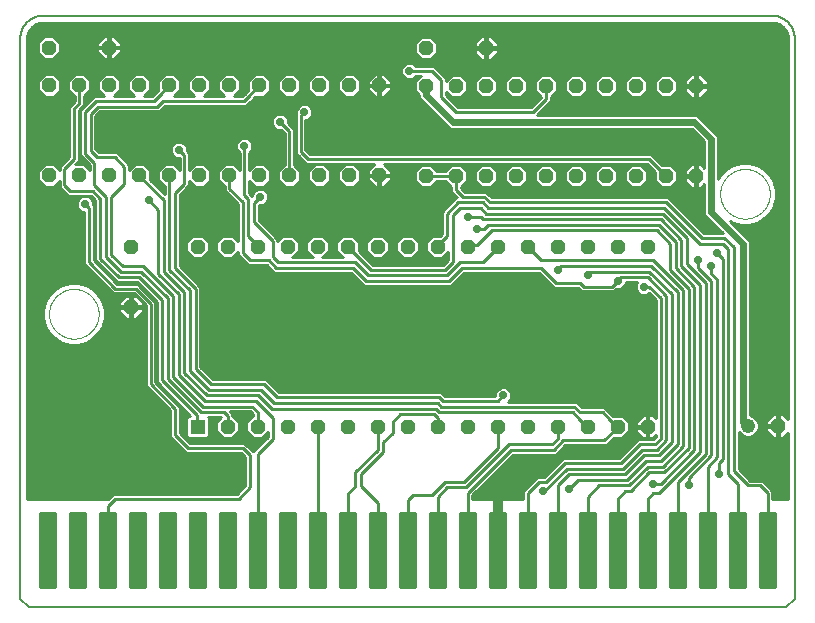
<source format=gtl>
G75*
%MOIN*%
%OFA0B0*%
%FSLAX25Y25*%
%IPPOS*%
%LPD*%
%AMOC8*
5,1,8,0,0,1.08239X$1,22.5*
%
%ADD10C,0.00600*%
%ADD11R,0.04800X0.04800*%
%ADD12OC8,0.04800*%
%ADD13C,0.04800*%
%ADD14C,0.01500*%
%ADD15C,0.00000*%
%ADD16C,0.03200*%
%ADD17C,0.01000*%
%ADD18C,0.02400*%
%ADD19C,0.02800*%
D10*
X0073680Y0007250D02*
X0076493Y0004438D01*
X0328993Y0004438D01*
X0331805Y0007250D01*
X0331805Y0194125D01*
X0331803Y0194306D01*
X0331796Y0194487D01*
X0331785Y0194668D01*
X0331770Y0194849D01*
X0331750Y0195029D01*
X0331726Y0195209D01*
X0331698Y0195388D01*
X0331665Y0195566D01*
X0331628Y0195743D01*
X0331587Y0195920D01*
X0331542Y0196095D01*
X0331492Y0196270D01*
X0331438Y0196443D01*
X0331380Y0196614D01*
X0331318Y0196785D01*
X0331251Y0196953D01*
X0331181Y0197120D01*
X0331107Y0197286D01*
X0331028Y0197449D01*
X0330946Y0197610D01*
X0330860Y0197770D01*
X0330770Y0197927D01*
X0330676Y0198082D01*
X0330579Y0198235D01*
X0330477Y0198385D01*
X0330373Y0198533D01*
X0330264Y0198679D01*
X0330153Y0198821D01*
X0330037Y0198961D01*
X0329919Y0199098D01*
X0329797Y0199233D01*
X0329672Y0199364D01*
X0329544Y0199492D01*
X0329413Y0199617D01*
X0329278Y0199739D01*
X0329141Y0199857D01*
X0329001Y0199973D01*
X0328859Y0200084D01*
X0328713Y0200193D01*
X0328565Y0200297D01*
X0328415Y0200399D01*
X0328262Y0200496D01*
X0328107Y0200590D01*
X0327950Y0200680D01*
X0327790Y0200766D01*
X0327629Y0200848D01*
X0327466Y0200927D01*
X0327300Y0201001D01*
X0327133Y0201071D01*
X0326965Y0201138D01*
X0326794Y0201200D01*
X0326623Y0201258D01*
X0326450Y0201312D01*
X0326275Y0201362D01*
X0326100Y0201407D01*
X0325923Y0201448D01*
X0325746Y0201485D01*
X0325568Y0201518D01*
X0325389Y0201546D01*
X0325209Y0201570D01*
X0325029Y0201590D01*
X0324848Y0201605D01*
X0324667Y0201616D01*
X0324486Y0201623D01*
X0324305Y0201625D01*
X0081180Y0201625D01*
X0080999Y0201623D01*
X0080818Y0201616D01*
X0080637Y0201605D01*
X0080456Y0201590D01*
X0080276Y0201570D01*
X0080096Y0201546D01*
X0079917Y0201518D01*
X0079739Y0201485D01*
X0079562Y0201448D01*
X0079385Y0201407D01*
X0079210Y0201362D01*
X0079035Y0201312D01*
X0078862Y0201258D01*
X0078691Y0201200D01*
X0078520Y0201138D01*
X0078352Y0201071D01*
X0078185Y0201001D01*
X0078019Y0200927D01*
X0077856Y0200848D01*
X0077695Y0200766D01*
X0077535Y0200680D01*
X0077378Y0200590D01*
X0077223Y0200496D01*
X0077070Y0200399D01*
X0076920Y0200297D01*
X0076772Y0200193D01*
X0076626Y0200084D01*
X0076484Y0199973D01*
X0076344Y0199857D01*
X0076207Y0199739D01*
X0076072Y0199617D01*
X0075941Y0199492D01*
X0075813Y0199364D01*
X0075688Y0199233D01*
X0075566Y0199098D01*
X0075448Y0198961D01*
X0075332Y0198821D01*
X0075221Y0198679D01*
X0075112Y0198533D01*
X0075008Y0198385D01*
X0074906Y0198235D01*
X0074809Y0198082D01*
X0074715Y0197927D01*
X0074625Y0197770D01*
X0074539Y0197610D01*
X0074457Y0197449D01*
X0074378Y0197286D01*
X0074304Y0197120D01*
X0074234Y0196953D01*
X0074167Y0196785D01*
X0074105Y0196614D01*
X0074047Y0196443D01*
X0073993Y0196270D01*
X0073943Y0196095D01*
X0073898Y0195920D01*
X0073857Y0195743D01*
X0073820Y0195566D01*
X0073787Y0195388D01*
X0073759Y0195209D01*
X0073735Y0195029D01*
X0073715Y0194849D01*
X0073700Y0194668D01*
X0073689Y0194487D01*
X0073682Y0194306D01*
X0073680Y0194125D01*
X0073680Y0007250D01*
D11*
X0132743Y0064625D03*
D12*
X0142743Y0064625D03*
X0152743Y0064625D03*
X0162743Y0064625D03*
X0172743Y0064625D03*
X0182743Y0064625D03*
X0192743Y0064625D03*
X0202743Y0064625D03*
X0212743Y0064625D03*
X0222743Y0064625D03*
X0232743Y0064625D03*
X0242743Y0064625D03*
X0252743Y0064625D03*
X0262743Y0064625D03*
X0272743Y0064625D03*
X0282743Y0064625D03*
X0326180Y0064875D03*
X0282743Y0124625D03*
X0272743Y0124625D03*
X0262743Y0124625D03*
X0252743Y0124625D03*
X0242743Y0124625D03*
X0232743Y0124625D03*
X0222743Y0124625D03*
X0212743Y0124625D03*
X0202743Y0124625D03*
X0192743Y0124625D03*
X0182743Y0124625D03*
X0172743Y0124625D03*
X0162743Y0124625D03*
X0152743Y0124625D03*
X0142743Y0124625D03*
X0132743Y0124625D03*
X0110555Y0124437D03*
X0110555Y0104437D03*
X0113368Y0148375D03*
X0123368Y0148375D03*
X0133368Y0148375D03*
X0143368Y0148375D03*
X0153368Y0148375D03*
X0163368Y0148375D03*
X0173368Y0148375D03*
X0183368Y0148375D03*
X0193368Y0148375D03*
X0208993Y0148188D03*
X0218993Y0148188D03*
X0228993Y0148188D03*
X0238993Y0148188D03*
X0248993Y0148188D03*
X0258993Y0148188D03*
X0268993Y0148188D03*
X0278993Y0148188D03*
X0288993Y0148188D03*
X0298993Y0148188D03*
X0298993Y0178187D03*
X0288993Y0178187D03*
X0278993Y0178187D03*
X0268993Y0178187D03*
X0258993Y0178187D03*
X0248993Y0178187D03*
X0238993Y0178187D03*
X0228993Y0178187D03*
X0218993Y0178187D03*
X0208993Y0178187D03*
X0193368Y0178375D03*
X0183368Y0178375D03*
X0173368Y0178375D03*
X0163368Y0178375D03*
X0153368Y0178375D03*
X0143368Y0178375D03*
X0133368Y0178375D03*
X0123368Y0178375D03*
X0113368Y0178375D03*
X0103368Y0178375D03*
X0093368Y0178375D03*
X0083368Y0178375D03*
X0083181Y0191000D03*
X0103181Y0191000D03*
X0103368Y0148375D03*
X0093368Y0148375D03*
X0083368Y0148375D03*
X0209017Y0190838D03*
X0229017Y0190838D03*
D13*
X0316180Y0064875D03*
D14*
X0314993Y0035500D02*
X0310493Y0035500D01*
X0314993Y0035500D02*
X0314993Y0011500D01*
X0310493Y0011500D01*
X0310493Y0035500D01*
X0310493Y0012999D02*
X0314993Y0012999D01*
X0314993Y0014498D02*
X0310493Y0014498D01*
X0310493Y0015997D02*
X0314993Y0015997D01*
X0314993Y0017496D02*
X0310493Y0017496D01*
X0310493Y0018995D02*
X0314993Y0018995D01*
X0314993Y0020494D02*
X0310493Y0020494D01*
X0310493Y0021993D02*
X0314993Y0021993D01*
X0314993Y0023492D02*
X0310493Y0023492D01*
X0310493Y0024991D02*
X0314993Y0024991D01*
X0314993Y0026490D02*
X0310493Y0026490D01*
X0310493Y0027989D02*
X0314993Y0027989D01*
X0314993Y0029488D02*
X0310493Y0029488D01*
X0310493Y0030987D02*
X0314993Y0030987D01*
X0314993Y0032486D02*
X0310493Y0032486D01*
X0310493Y0033985D02*
X0314993Y0033985D01*
X0314993Y0035484D02*
X0310493Y0035484D01*
X0304993Y0035500D02*
X0300493Y0035500D01*
X0304993Y0035500D02*
X0304993Y0011500D01*
X0300493Y0011500D01*
X0300493Y0035500D01*
X0300493Y0012999D02*
X0304993Y0012999D01*
X0304993Y0014498D02*
X0300493Y0014498D01*
X0300493Y0015997D02*
X0304993Y0015997D01*
X0304993Y0017496D02*
X0300493Y0017496D01*
X0300493Y0018995D02*
X0304993Y0018995D01*
X0304993Y0020494D02*
X0300493Y0020494D01*
X0300493Y0021993D02*
X0304993Y0021993D01*
X0304993Y0023492D02*
X0300493Y0023492D01*
X0300493Y0024991D02*
X0304993Y0024991D01*
X0304993Y0026490D02*
X0300493Y0026490D01*
X0300493Y0027989D02*
X0304993Y0027989D01*
X0304993Y0029488D02*
X0300493Y0029488D01*
X0300493Y0030987D02*
X0304993Y0030987D01*
X0304993Y0032486D02*
X0300493Y0032486D01*
X0300493Y0033985D02*
X0304993Y0033985D01*
X0304993Y0035484D02*
X0300493Y0035484D01*
X0294993Y0035500D02*
X0290493Y0035500D01*
X0294993Y0035500D02*
X0294993Y0011500D01*
X0290493Y0011500D01*
X0290493Y0035500D01*
X0290493Y0012999D02*
X0294993Y0012999D01*
X0294993Y0014498D02*
X0290493Y0014498D01*
X0290493Y0015997D02*
X0294993Y0015997D01*
X0294993Y0017496D02*
X0290493Y0017496D01*
X0290493Y0018995D02*
X0294993Y0018995D01*
X0294993Y0020494D02*
X0290493Y0020494D01*
X0290493Y0021993D02*
X0294993Y0021993D01*
X0294993Y0023492D02*
X0290493Y0023492D01*
X0290493Y0024991D02*
X0294993Y0024991D01*
X0294993Y0026490D02*
X0290493Y0026490D01*
X0290493Y0027989D02*
X0294993Y0027989D01*
X0294993Y0029488D02*
X0290493Y0029488D01*
X0290493Y0030987D02*
X0294993Y0030987D01*
X0294993Y0032486D02*
X0290493Y0032486D01*
X0290493Y0033985D02*
X0294993Y0033985D01*
X0294993Y0035484D02*
X0290493Y0035484D01*
X0284993Y0035500D02*
X0280493Y0035500D01*
X0284993Y0035500D02*
X0284993Y0011500D01*
X0280493Y0011500D01*
X0280493Y0035500D01*
X0280493Y0012999D02*
X0284993Y0012999D01*
X0284993Y0014498D02*
X0280493Y0014498D01*
X0280493Y0015997D02*
X0284993Y0015997D01*
X0284993Y0017496D02*
X0280493Y0017496D01*
X0280493Y0018995D02*
X0284993Y0018995D01*
X0284993Y0020494D02*
X0280493Y0020494D01*
X0280493Y0021993D02*
X0284993Y0021993D01*
X0284993Y0023492D02*
X0280493Y0023492D01*
X0280493Y0024991D02*
X0284993Y0024991D01*
X0284993Y0026490D02*
X0280493Y0026490D01*
X0280493Y0027989D02*
X0284993Y0027989D01*
X0284993Y0029488D02*
X0280493Y0029488D01*
X0280493Y0030987D02*
X0284993Y0030987D01*
X0284993Y0032486D02*
X0280493Y0032486D01*
X0280493Y0033985D02*
X0284993Y0033985D01*
X0284993Y0035484D02*
X0280493Y0035484D01*
X0274993Y0035500D02*
X0270493Y0035500D01*
X0274993Y0035500D02*
X0274993Y0011500D01*
X0270493Y0011500D01*
X0270493Y0035500D01*
X0270493Y0012999D02*
X0274993Y0012999D01*
X0274993Y0014498D02*
X0270493Y0014498D01*
X0270493Y0015997D02*
X0274993Y0015997D01*
X0274993Y0017496D02*
X0270493Y0017496D01*
X0270493Y0018995D02*
X0274993Y0018995D01*
X0274993Y0020494D02*
X0270493Y0020494D01*
X0270493Y0021993D02*
X0274993Y0021993D01*
X0274993Y0023492D02*
X0270493Y0023492D01*
X0270493Y0024991D02*
X0274993Y0024991D01*
X0274993Y0026490D02*
X0270493Y0026490D01*
X0270493Y0027989D02*
X0274993Y0027989D01*
X0274993Y0029488D02*
X0270493Y0029488D01*
X0270493Y0030987D02*
X0274993Y0030987D01*
X0274993Y0032486D02*
X0270493Y0032486D01*
X0270493Y0033985D02*
X0274993Y0033985D01*
X0274993Y0035484D02*
X0270493Y0035484D01*
X0264993Y0035500D02*
X0260493Y0035500D01*
X0264993Y0035500D02*
X0264993Y0011500D01*
X0260493Y0011500D01*
X0260493Y0035500D01*
X0260493Y0012999D02*
X0264993Y0012999D01*
X0264993Y0014498D02*
X0260493Y0014498D01*
X0260493Y0015997D02*
X0264993Y0015997D01*
X0264993Y0017496D02*
X0260493Y0017496D01*
X0260493Y0018995D02*
X0264993Y0018995D01*
X0264993Y0020494D02*
X0260493Y0020494D01*
X0260493Y0021993D02*
X0264993Y0021993D01*
X0264993Y0023492D02*
X0260493Y0023492D01*
X0260493Y0024991D02*
X0264993Y0024991D01*
X0264993Y0026490D02*
X0260493Y0026490D01*
X0260493Y0027989D02*
X0264993Y0027989D01*
X0264993Y0029488D02*
X0260493Y0029488D01*
X0260493Y0030987D02*
X0264993Y0030987D01*
X0264993Y0032486D02*
X0260493Y0032486D01*
X0260493Y0033985D02*
X0264993Y0033985D01*
X0264993Y0035484D02*
X0260493Y0035484D01*
X0254993Y0035500D02*
X0250493Y0035500D01*
X0254993Y0035500D02*
X0254993Y0011500D01*
X0250493Y0011500D01*
X0250493Y0035500D01*
X0250493Y0012999D02*
X0254993Y0012999D01*
X0254993Y0014498D02*
X0250493Y0014498D01*
X0250493Y0015997D02*
X0254993Y0015997D01*
X0254993Y0017496D02*
X0250493Y0017496D01*
X0250493Y0018995D02*
X0254993Y0018995D01*
X0254993Y0020494D02*
X0250493Y0020494D01*
X0250493Y0021993D02*
X0254993Y0021993D01*
X0254993Y0023492D02*
X0250493Y0023492D01*
X0250493Y0024991D02*
X0254993Y0024991D01*
X0254993Y0026490D02*
X0250493Y0026490D01*
X0250493Y0027989D02*
X0254993Y0027989D01*
X0254993Y0029488D02*
X0250493Y0029488D01*
X0250493Y0030987D02*
X0254993Y0030987D01*
X0254993Y0032486D02*
X0250493Y0032486D01*
X0250493Y0033985D02*
X0254993Y0033985D01*
X0254993Y0035484D02*
X0250493Y0035484D01*
X0244993Y0035500D02*
X0240493Y0035500D01*
X0244993Y0035500D02*
X0244993Y0011500D01*
X0240493Y0011500D01*
X0240493Y0035500D01*
X0240493Y0012999D02*
X0244993Y0012999D01*
X0244993Y0014498D02*
X0240493Y0014498D01*
X0240493Y0015997D02*
X0244993Y0015997D01*
X0244993Y0017496D02*
X0240493Y0017496D01*
X0240493Y0018995D02*
X0244993Y0018995D01*
X0244993Y0020494D02*
X0240493Y0020494D01*
X0240493Y0021993D02*
X0244993Y0021993D01*
X0244993Y0023492D02*
X0240493Y0023492D01*
X0240493Y0024991D02*
X0244993Y0024991D01*
X0244993Y0026490D02*
X0240493Y0026490D01*
X0240493Y0027989D02*
X0244993Y0027989D01*
X0244993Y0029488D02*
X0240493Y0029488D01*
X0240493Y0030987D02*
X0244993Y0030987D01*
X0244993Y0032486D02*
X0240493Y0032486D01*
X0240493Y0033985D02*
X0244993Y0033985D01*
X0244993Y0035484D02*
X0240493Y0035484D01*
X0234993Y0035500D02*
X0230493Y0035500D01*
X0234993Y0035500D02*
X0234993Y0011500D01*
X0230493Y0011500D01*
X0230493Y0035500D01*
X0230493Y0012999D02*
X0234993Y0012999D01*
X0234993Y0014498D02*
X0230493Y0014498D01*
X0230493Y0015997D02*
X0234993Y0015997D01*
X0234993Y0017496D02*
X0230493Y0017496D01*
X0230493Y0018995D02*
X0234993Y0018995D01*
X0234993Y0020494D02*
X0230493Y0020494D01*
X0230493Y0021993D02*
X0234993Y0021993D01*
X0234993Y0023492D02*
X0230493Y0023492D01*
X0230493Y0024991D02*
X0234993Y0024991D01*
X0234993Y0026490D02*
X0230493Y0026490D01*
X0230493Y0027989D02*
X0234993Y0027989D01*
X0234993Y0029488D02*
X0230493Y0029488D01*
X0230493Y0030987D02*
X0234993Y0030987D01*
X0234993Y0032486D02*
X0230493Y0032486D01*
X0230493Y0033985D02*
X0234993Y0033985D01*
X0234993Y0035484D02*
X0230493Y0035484D01*
X0224993Y0035500D02*
X0220493Y0035500D01*
X0224993Y0035500D02*
X0224993Y0011500D01*
X0220493Y0011500D01*
X0220493Y0035500D01*
X0220493Y0012999D02*
X0224993Y0012999D01*
X0224993Y0014498D02*
X0220493Y0014498D01*
X0220493Y0015997D02*
X0224993Y0015997D01*
X0224993Y0017496D02*
X0220493Y0017496D01*
X0220493Y0018995D02*
X0224993Y0018995D01*
X0224993Y0020494D02*
X0220493Y0020494D01*
X0220493Y0021993D02*
X0224993Y0021993D01*
X0224993Y0023492D02*
X0220493Y0023492D01*
X0220493Y0024991D02*
X0224993Y0024991D01*
X0224993Y0026490D02*
X0220493Y0026490D01*
X0220493Y0027989D02*
X0224993Y0027989D01*
X0224993Y0029488D02*
X0220493Y0029488D01*
X0220493Y0030987D02*
X0224993Y0030987D01*
X0224993Y0032486D02*
X0220493Y0032486D01*
X0220493Y0033985D02*
X0224993Y0033985D01*
X0224993Y0035484D02*
X0220493Y0035484D01*
X0214993Y0035500D02*
X0210493Y0035500D01*
X0214993Y0035500D02*
X0214993Y0011500D01*
X0210493Y0011500D01*
X0210493Y0035500D01*
X0210493Y0012999D02*
X0214993Y0012999D01*
X0214993Y0014498D02*
X0210493Y0014498D01*
X0210493Y0015997D02*
X0214993Y0015997D01*
X0214993Y0017496D02*
X0210493Y0017496D01*
X0210493Y0018995D02*
X0214993Y0018995D01*
X0214993Y0020494D02*
X0210493Y0020494D01*
X0210493Y0021993D02*
X0214993Y0021993D01*
X0214993Y0023492D02*
X0210493Y0023492D01*
X0210493Y0024991D02*
X0214993Y0024991D01*
X0214993Y0026490D02*
X0210493Y0026490D01*
X0210493Y0027989D02*
X0214993Y0027989D01*
X0214993Y0029488D02*
X0210493Y0029488D01*
X0210493Y0030987D02*
X0214993Y0030987D01*
X0214993Y0032486D02*
X0210493Y0032486D01*
X0210493Y0033985D02*
X0214993Y0033985D01*
X0214993Y0035484D02*
X0210493Y0035484D01*
X0204993Y0035500D02*
X0200493Y0035500D01*
X0204993Y0035500D02*
X0204993Y0011500D01*
X0200493Y0011500D01*
X0200493Y0035500D01*
X0200493Y0012999D02*
X0204993Y0012999D01*
X0204993Y0014498D02*
X0200493Y0014498D01*
X0200493Y0015997D02*
X0204993Y0015997D01*
X0204993Y0017496D02*
X0200493Y0017496D01*
X0200493Y0018995D02*
X0204993Y0018995D01*
X0204993Y0020494D02*
X0200493Y0020494D01*
X0200493Y0021993D02*
X0204993Y0021993D01*
X0204993Y0023492D02*
X0200493Y0023492D01*
X0200493Y0024991D02*
X0204993Y0024991D01*
X0204993Y0026490D02*
X0200493Y0026490D01*
X0200493Y0027989D02*
X0204993Y0027989D01*
X0204993Y0029488D02*
X0200493Y0029488D01*
X0200493Y0030987D02*
X0204993Y0030987D01*
X0204993Y0032486D02*
X0200493Y0032486D01*
X0200493Y0033985D02*
X0204993Y0033985D01*
X0204993Y0035484D02*
X0200493Y0035484D01*
X0194993Y0035500D02*
X0190493Y0035500D01*
X0194993Y0035500D02*
X0194993Y0011500D01*
X0190493Y0011500D01*
X0190493Y0035500D01*
X0190493Y0012999D02*
X0194993Y0012999D01*
X0194993Y0014498D02*
X0190493Y0014498D01*
X0190493Y0015997D02*
X0194993Y0015997D01*
X0194993Y0017496D02*
X0190493Y0017496D01*
X0190493Y0018995D02*
X0194993Y0018995D01*
X0194993Y0020494D02*
X0190493Y0020494D01*
X0190493Y0021993D02*
X0194993Y0021993D01*
X0194993Y0023492D02*
X0190493Y0023492D01*
X0190493Y0024991D02*
X0194993Y0024991D01*
X0194993Y0026490D02*
X0190493Y0026490D01*
X0190493Y0027989D02*
X0194993Y0027989D01*
X0194993Y0029488D02*
X0190493Y0029488D01*
X0190493Y0030987D02*
X0194993Y0030987D01*
X0194993Y0032486D02*
X0190493Y0032486D01*
X0190493Y0033985D02*
X0194993Y0033985D01*
X0194993Y0035484D02*
X0190493Y0035484D01*
X0184993Y0035500D02*
X0180493Y0035500D01*
X0184993Y0035500D02*
X0184993Y0011500D01*
X0180493Y0011500D01*
X0180493Y0035500D01*
X0180493Y0012999D02*
X0184993Y0012999D01*
X0184993Y0014498D02*
X0180493Y0014498D01*
X0180493Y0015997D02*
X0184993Y0015997D01*
X0184993Y0017496D02*
X0180493Y0017496D01*
X0180493Y0018995D02*
X0184993Y0018995D01*
X0184993Y0020494D02*
X0180493Y0020494D01*
X0180493Y0021993D02*
X0184993Y0021993D01*
X0184993Y0023492D02*
X0180493Y0023492D01*
X0180493Y0024991D02*
X0184993Y0024991D01*
X0184993Y0026490D02*
X0180493Y0026490D01*
X0180493Y0027989D02*
X0184993Y0027989D01*
X0184993Y0029488D02*
X0180493Y0029488D01*
X0180493Y0030987D02*
X0184993Y0030987D01*
X0184993Y0032486D02*
X0180493Y0032486D01*
X0180493Y0033985D02*
X0184993Y0033985D01*
X0184993Y0035484D02*
X0180493Y0035484D01*
X0174993Y0035500D02*
X0170493Y0035500D01*
X0174993Y0035500D02*
X0174993Y0011500D01*
X0170493Y0011500D01*
X0170493Y0035500D01*
X0170493Y0012999D02*
X0174993Y0012999D01*
X0174993Y0014498D02*
X0170493Y0014498D01*
X0170493Y0015997D02*
X0174993Y0015997D01*
X0174993Y0017496D02*
X0170493Y0017496D01*
X0170493Y0018995D02*
X0174993Y0018995D01*
X0174993Y0020494D02*
X0170493Y0020494D01*
X0170493Y0021993D02*
X0174993Y0021993D01*
X0174993Y0023492D02*
X0170493Y0023492D01*
X0170493Y0024991D02*
X0174993Y0024991D01*
X0174993Y0026490D02*
X0170493Y0026490D01*
X0170493Y0027989D02*
X0174993Y0027989D01*
X0174993Y0029488D02*
X0170493Y0029488D01*
X0170493Y0030987D02*
X0174993Y0030987D01*
X0174993Y0032486D02*
X0170493Y0032486D01*
X0170493Y0033985D02*
X0174993Y0033985D01*
X0174993Y0035484D02*
X0170493Y0035484D01*
X0164993Y0035500D02*
X0160493Y0035500D01*
X0164993Y0035500D02*
X0164993Y0011500D01*
X0160493Y0011500D01*
X0160493Y0035500D01*
X0160493Y0012999D02*
X0164993Y0012999D01*
X0164993Y0014498D02*
X0160493Y0014498D01*
X0160493Y0015997D02*
X0164993Y0015997D01*
X0164993Y0017496D02*
X0160493Y0017496D01*
X0160493Y0018995D02*
X0164993Y0018995D01*
X0164993Y0020494D02*
X0160493Y0020494D01*
X0160493Y0021993D02*
X0164993Y0021993D01*
X0164993Y0023492D02*
X0160493Y0023492D01*
X0160493Y0024991D02*
X0164993Y0024991D01*
X0164993Y0026490D02*
X0160493Y0026490D01*
X0160493Y0027989D02*
X0164993Y0027989D01*
X0164993Y0029488D02*
X0160493Y0029488D01*
X0160493Y0030987D02*
X0164993Y0030987D01*
X0164993Y0032486D02*
X0160493Y0032486D01*
X0160493Y0033985D02*
X0164993Y0033985D01*
X0164993Y0035484D02*
X0160493Y0035484D01*
X0154993Y0035500D02*
X0150493Y0035500D01*
X0154993Y0035500D02*
X0154993Y0011500D01*
X0150493Y0011500D01*
X0150493Y0035500D01*
X0150493Y0012999D02*
X0154993Y0012999D01*
X0154993Y0014498D02*
X0150493Y0014498D01*
X0150493Y0015997D02*
X0154993Y0015997D01*
X0154993Y0017496D02*
X0150493Y0017496D01*
X0150493Y0018995D02*
X0154993Y0018995D01*
X0154993Y0020494D02*
X0150493Y0020494D01*
X0150493Y0021993D02*
X0154993Y0021993D01*
X0154993Y0023492D02*
X0150493Y0023492D01*
X0150493Y0024991D02*
X0154993Y0024991D01*
X0154993Y0026490D02*
X0150493Y0026490D01*
X0150493Y0027989D02*
X0154993Y0027989D01*
X0154993Y0029488D02*
X0150493Y0029488D01*
X0150493Y0030987D02*
X0154993Y0030987D01*
X0154993Y0032486D02*
X0150493Y0032486D01*
X0150493Y0033985D02*
X0154993Y0033985D01*
X0154993Y0035484D02*
X0150493Y0035484D01*
X0144993Y0035500D02*
X0140493Y0035500D01*
X0144993Y0035500D02*
X0144993Y0011500D01*
X0140493Y0011500D01*
X0140493Y0035500D01*
X0140493Y0012999D02*
X0144993Y0012999D01*
X0144993Y0014498D02*
X0140493Y0014498D01*
X0140493Y0015997D02*
X0144993Y0015997D01*
X0144993Y0017496D02*
X0140493Y0017496D01*
X0140493Y0018995D02*
X0144993Y0018995D01*
X0144993Y0020494D02*
X0140493Y0020494D01*
X0140493Y0021993D02*
X0144993Y0021993D01*
X0144993Y0023492D02*
X0140493Y0023492D01*
X0140493Y0024991D02*
X0144993Y0024991D01*
X0144993Y0026490D02*
X0140493Y0026490D01*
X0140493Y0027989D02*
X0144993Y0027989D01*
X0144993Y0029488D02*
X0140493Y0029488D01*
X0140493Y0030987D02*
X0144993Y0030987D01*
X0144993Y0032486D02*
X0140493Y0032486D01*
X0140493Y0033985D02*
X0144993Y0033985D01*
X0144993Y0035484D02*
X0140493Y0035484D01*
X0134993Y0035500D02*
X0130493Y0035500D01*
X0134993Y0035500D02*
X0134993Y0011500D01*
X0130493Y0011500D01*
X0130493Y0035500D01*
X0130493Y0012999D02*
X0134993Y0012999D01*
X0134993Y0014498D02*
X0130493Y0014498D01*
X0130493Y0015997D02*
X0134993Y0015997D01*
X0134993Y0017496D02*
X0130493Y0017496D01*
X0130493Y0018995D02*
X0134993Y0018995D01*
X0134993Y0020494D02*
X0130493Y0020494D01*
X0130493Y0021993D02*
X0134993Y0021993D01*
X0134993Y0023492D02*
X0130493Y0023492D01*
X0130493Y0024991D02*
X0134993Y0024991D01*
X0134993Y0026490D02*
X0130493Y0026490D01*
X0130493Y0027989D02*
X0134993Y0027989D01*
X0134993Y0029488D02*
X0130493Y0029488D01*
X0130493Y0030987D02*
X0134993Y0030987D01*
X0134993Y0032486D02*
X0130493Y0032486D01*
X0130493Y0033985D02*
X0134993Y0033985D01*
X0134993Y0035484D02*
X0130493Y0035484D01*
X0124993Y0035500D02*
X0120493Y0035500D01*
X0124993Y0035500D02*
X0124993Y0011500D01*
X0120493Y0011500D01*
X0120493Y0035500D01*
X0120493Y0012999D02*
X0124993Y0012999D01*
X0124993Y0014498D02*
X0120493Y0014498D01*
X0120493Y0015997D02*
X0124993Y0015997D01*
X0124993Y0017496D02*
X0120493Y0017496D01*
X0120493Y0018995D02*
X0124993Y0018995D01*
X0124993Y0020494D02*
X0120493Y0020494D01*
X0120493Y0021993D02*
X0124993Y0021993D01*
X0124993Y0023492D02*
X0120493Y0023492D01*
X0120493Y0024991D02*
X0124993Y0024991D01*
X0124993Y0026490D02*
X0120493Y0026490D01*
X0120493Y0027989D02*
X0124993Y0027989D01*
X0124993Y0029488D02*
X0120493Y0029488D01*
X0120493Y0030987D02*
X0124993Y0030987D01*
X0124993Y0032486D02*
X0120493Y0032486D01*
X0120493Y0033985D02*
X0124993Y0033985D01*
X0124993Y0035484D02*
X0120493Y0035484D01*
X0114993Y0035500D02*
X0110493Y0035500D01*
X0114993Y0035500D02*
X0114993Y0011500D01*
X0110493Y0011500D01*
X0110493Y0035500D01*
X0110493Y0012999D02*
X0114993Y0012999D01*
X0114993Y0014498D02*
X0110493Y0014498D01*
X0110493Y0015997D02*
X0114993Y0015997D01*
X0114993Y0017496D02*
X0110493Y0017496D01*
X0110493Y0018995D02*
X0114993Y0018995D01*
X0114993Y0020494D02*
X0110493Y0020494D01*
X0110493Y0021993D02*
X0114993Y0021993D01*
X0114993Y0023492D02*
X0110493Y0023492D01*
X0110493Y0024991D02*
X0114993Y0024991D01*
X0114993Y0026490D02*
X0110493Y0026490D01*
X0110493Y0027989D02*
X0114993Y0027989D01*
X0114993Y0029488D02*
X0110493Y0029488D01*
X0110493Y0030987D02*
X0114993Y0030987D01*
X0114993Y0032486D02*
X0110493Y0032486D01*
X0110493Y0033985D02*
X0114993Y0033985D01*
X0114993Y0035484D02*
X0110493Y0035484D01*
X0104993Y0035500D02*
X0100493Y0035500D01*
X0104993Y0035500D02*
X0104993Y0011500D01*
X0100493Y0011500D01*
X0100493Y0035500D01*
X0100493Y0012999D02*
X0104993Y0012999D01*
X0104993Y0014498D02*
X0100493Y0014498D01*
X0100493Y0015997D02*
X0104993Y0015997D01*
X0104993Y0017496D02*
X0100493Y0017496D01*
X0100493Y0018995D02*
X0104993Y0018995D01*
X0104993Y0020494D02*
X0100493Y0020494D01*
X0100493Y0021993D02*
X0104993Y0021993D01*
X0104993Y0023492D02*
X0100493Y0023492D01*
X0100493Y0024991D02*
X0104993Y0024991D01*
X0104993Y0026490D02*
X0100493Y0026490D01*
X0100493Y0027989D02*
X0104993Y0027989D01*
X0104993Y0029488D02*
X0100493Y0029488D01*
X0100493Y0030987D02*
X0104993Y0030987D01*
X0104993Y0032486D02*
X0100493Y0032486D01*
X0100493Y0033985D02*
X0104993Y0033985D01*
X0104993Y0035484D02*
X0100493Y0035484D01*
X0094993Y0035500D02*
X0090493Y0035500D01*
X0094993Y0035500D02*
X0094993Y0011500D01*
X0090493Y0011500D01*
X0090493Y0035500D01*
X0090493Y0012999D02*
X0094993Y0012999D01*
X0094993Y0014498D02*
X0090493Y0014498D01*
X0090493Y0015997D02*
X0094993Y0015997D01*
X0094993Y0017496D02*
X0090493Y0017496D01*
X0090493Y0018995D02*
X0094993Y0018995D01*
X0094993Y0020494D02*
X0090493Y0020494D01*
X0090493Y0021993D02*
X0094993Y0021993D01*
X0094993Y0023492D02*
X0090493Y0023492D01*
X0090493Y0024991D02*
X0094993Y0024991D01*
X0094993Y0026490D02*
X0090493Y0026490D01*
X0090493Y0027989D02*
X0094993Y0027989D01*
X0094993Y0029488D02*
X0090493Y0029488D01*
X0090493Y0030987D02*
X0094993Y0030987D01*
X0094993Y0032486D02*
X0090493Y0032486D01*
X0090493Y0033985D02*
X0094993Y0033985D01*
X0094993Y0035484D02*
X0090493Y0035484D01*
X0084993Y0035500D02*
X0080493Y0035500D01*
X0084993Y0035500D02*
X0084993Y0011500D01*
X0080493Y0011500D01*
X0080493Y0035500D01*
X0080493Y0012999D02*
X0084993Y0012999D01*
X0084993Y0014498D02*
X0080493Y0014498D01*
X0080493Y0015997D02*
X0084993Y0015997D01*
X0084993Y0017496D02*
X0080493Y0017496D01*
X0080493Y0018995D02*
X0084993Y0018995D01*
X0084993Y0020494D02*
X0080493Y0020494D01*
X0080493Y0021993D02*
X0084993Y0021993D01*
X0084993Y0023492D02*
X0080493Y0023492D01*
X0080493Y0024991D02*
X0084993Y0024991D01*
X0084993Y0026490D02*
X0080493Y0026490D01*
X0080493Y0027989D02*
X0084993Y0027989D01*
X0084993Y0029488D02*
X0080493Y0029488D01*
X0080493Y0030987D02*
X0084993Y0030987D01*
X0084993Y0032486D02*
X0080493Y0032486D01*
X0080493Y0033985D02*
X0084993Y0033985D01*
X0084993Y0035484D02*
X0080493Y0035484D01*
X0320493Y0035500D02*
X0324993Y0035500D01*
X0324993Y0011500D01*
X0320493Y0011500D01*
X0320493Y0035500D01*
X0320493Y0012999D02*
X0324993Y0012999D01*
X0324993Y0014498D02*
X0320493Y0014498D01*
X0320493Y0015997D02*
X0324993Y0015997D01*
X0324993Y0017496D02*
X0320493Y0017496D01*
X0320493Y0018995D02*
X0324993Y0018995D01*
X0324993Y0020494D02*
X0320493Y0020494D01*
X0320493Y0021993D02*
X0324993Y0021993D01*
X0324993Y0023492D02*
X0320493Y0023492D01*
X0320493Y0024991D02*
X0324993Y0024991D01*
X0324993Y0026490D02*
X0320493Y0026490D01*
X0320493Y0027989D02*
X0324993Y0027989D01*
X0324993Y0029488D02*
X0320493Y0029488D01*
X0320493Y0030987D02*
X0324993Y0030987D01*
X0324993Y0032486D02*
X0320493Y0032486D01*
X0320493Y0033985D02*
X0324993Y0033985D01*
X0324993Y0035484D02*
X0320493Y0035484D01*
D15*
X0306975Y0142250D02*
X0306977Y0142453D01*
X0306985Y0142656D01*
X0306997Y0142858D01*
X0307015Y0143060D01*
X0307037Y0143262D01*
X0307064Y0143463D01*
X0307097Y0143664D01*
X0307134Y0143863D01*
X0307176Y0144062D01*
X0307223Y0144259D01*
X0307274Y0144455D01*
X0307331Y0144650D01*
X0307392Y0144844D01*
X0307458Y0145035D01*
X0307529Y0145226D01*
X0307604Y0145414D01*
X0307684Y0145601D01*
X0307769Y0145785D01*
X0307858Y0145967D01*
X0307951Y0146148D01*
X0308049Y0146325D01*
X0308151Y0146501D01*
X0308258Y0146673D01*
X0308368Y0146843D01*
X0308483Y0147011D01*
X0308602Y0147175D01*
X0308725Y0147337D01*
X0308852Y0147495D01*
X0308982Y0147650D01*
X0309117Y0147802D01*
X0309255Y0147951D01*
X0309397Y0148096D01*
X0309542Y0148238D01*
X0309691Y0148376D01*
X0309843Y0148511D01*
X0309998Y0148641D01*
X0310156Y0148768D01*
X0310318Y0148891D01*
X0310482Y0149010D01*
X0310650Y0149125D01*
X0310820Y0149235D01*
X0310992Y0149342D01*
X0311168Y0149444D01*
X0311345Y0149542D01*
X0311526Y0149635D01*
X0311708Y0149724D01*
X0311892Y0149809D01*
X0312079Y0149889D01*
X0312267Y0149964D01*
X0312458Y0150035D01*
X0312649Y0150101D01*
X0312843Y0150162D01*
X0313038Y0150219D01*
X0313234Y0150270D01*
X0313431Y0150317D01*
X0313630Y0150359D01*
X0313829Y0150396D01*
X0314030Y0150429D01*
X0314231Y0150456D01*
X0314433Y0150478D01*
X0314635Y0150496D01*
X0314837Y0150508D01*
X0315040Y0150516D01*
X0315243Y0150518D01*
X0315446Y0150516D01*
X0315649Y0150508D01*
X0315851Y0150496D01*
X0316053Y0150478D01*
X0316255Y0150456D01*
X0316456Y0150429D01*
X0316657Y0150396D01*
X0316856Y0150359D01*
X0317055Y0150317D01*
X0317252Y0150270D01*
X0317448Y0150219D01*
X0317643Y0150162D01*
X0317837Y0150101D01*
X0318028Y0150035D01*
X0318219Y0149964D01*
X0318407Y0149889D01*
X0318594Y0149809D01*
X0318778Y0149724D01*
X0318960Y0149635D01*
X0319141Y0149542D01*
X0319318Y0149444D01*
X0319494Y0149342D01*
X0319666Y0149235D01*
X0319836Y0149125D01*
X0320004Y0149010D01*
X0320168Y0148891D01*
X0320330Y0148768D01*
X0320488Y0148641D01*
X0320643Y0148511D01*
X0320795Y0148376D01*
X0320944Y0148238D01*
X0321089Y0148096D01*
X0321231Y0147951D01*
X0321369Y0147802D01*
X0321504Y0147650D01*
X0321634Y0147495D01*
X0321761Y0147337D01*
X0321884Y0147175D01*
X0322003Y0147011D01*
X0322118Y0146843D01*
X0322228Y0146673D01*
X0322335Y0146501D01*
X0322437Y0146325D01*
X0322535Y0146148D01*
X0322628Y0145967D01*
X0322717Y0145785D01*
X0322802Y0145601D01*
X0322882Y0145414D01*
X0322957Y0145226D01*
X0323028Y0145035D01*
X0323094Y0144844D01*
X0323155Y0144650D01*
X0323212Y0144455D01*
X0323263Y0144259D01*
X0323310Y0144062D01*
X0323352Y0143863D01*
X0323389Y0143664D01*
X0323422Y0143463D01*
X0323449Y0143262D01*
X0323471Y0143060D01*
X0323489Y0142858D01*
X0323501Y0142656D01*
X0323509Y0142453D01*
X0323511Y0142250D01*
X0323509Y0142047D01*
X0323501Y0141844D01*
X0323489Y0141642D01*
X0323471Y0141440D01*
X0323449Y0141238D01*
X0323422Y0141037D01*
X0323389Y0140836D01*
X0323352Y0140637D01*
X0323310Y0140438D01*
X0323263Y0140241D01*
X0323212Y0140045D01*
X0323155Y0139850D01*
X0323094Y0139656D01*
X0323028Y0139465D01*
X0322957Y0139274D01*
X0322882Y0139086D01*
X0322802Y0138899D01*
X0322717Y0138715D01*
X0322628Y0138533D01*
X0322535Y0138352D01*
X0322437Y0138175D01*
X0322335Y0137999D01*
X0322228Y0137827D01*
X0322118Y0137657D01*
X0322003Y0137489D01*
X0321884Y0137325D01*
X0321761Y0137163D01*
X0321634Y0137005D01*
X0321504Y0136850D01*
X0321369Y0136698D01*
X0321231Y0136549D01*
X0321089Y0136404D01*
X0320944Y0136262D01*
X0320795Y0136124D01*
X0320643Y0135989D01*
X0320488Y0135859D01*
X0320330Y0135732D01*
X0320168Y0135609D01*
X0320004Y0135490D01*
X0319836Y0135375D01*
X0319666Y0135265D01*
X0319494Y0135158D01*
X0319318Y0135056D01*
X0319141Y0134958D01*
X0318960Y0134865D01*
X0318778Y0134776D01*
X0318594Y0134691D01*
X0318407Y0134611D01*
X0318219Y0134536D01*
X0318028Y0134465D01*
X0317837Y0134399D01*
X0317643Y0134338D01*
X0317448Y0134281D01*
X0317252Y0134230D01*
X0317055Y0134183D01*
X0316856Y0134141D01*
X0316657Y0134104D01*
X0316456Y0134071D01*
X0316255Y0134044D01*
X0316053Y0134022D01*
X0315851Y0134004D01*
X0315649Y0133992D01*
X0315446Y0133984D01*
X0315243Y0133982D01*
X0315040Y0133984D01*
X0314837Y0133992D01*
X0314635Y0134004D01*
X0314433Y0134022D01*
X0314231Y0134044D01*
X0314030Y0134071D01*
X0313829Y0134104D01*
X0313630Y0134141D01*
X0313431Y0134183D01*
X0313234Y0134230D01*
X0313038Y0134281D01*
X0312843Y0134338D01*
X0312649Y0134399D01*
X0312458Y0134465D01*
X0312267Y0134536D01*
X0312079Y0134611D01*
X0311892Y0134691D01*
X0311708Y0134776D01*
X0311526Y0134865D01*
X0311345Y0134958D01*
X0311168Y0135056D01*
X0310992Y0135158D01*
X0310820Y0135265D01*
X0310650Y0135375D01*
X0310482Y0135490D01*
X0310318Y0135609D01*
X0310156Y0135732D01*
X0309998Y0135859D01*
X0309843Y0135989D01*
X0309691Y0136124D01*
X0309542Y0136262D01*
X0309397Y0136404D01*
X0309255Y0136549D01*
X0309117Y0136698D01*
X0308982Y0136850D01*
X0308852Y0137005D01*
X0308725Y0137163D01*
X0308602Y0137325D01*
X0308483Y0137489D01*
X0308368Y0137657D01*
X0308258Y0137827D01*
X0308151Y0137999D01*
X0308049Y0138175D01*
X0307951Y0138352D01*
X0307858Y0138533D01*
X0307769Y0138715D01*
X0307684Y0138899D01*
X0307604Y0139086D01*
X0307529Y0139274D01*
X0307458Y0139465D01*
X0307392Y0139656D01*
X0307331Y0139850D01*
X0307274Y0140045D01*
X0307223Y0140241D01*
X0307176Y0140438D01*
X0307134Y0140637D01*
X0307097Y0140836D01*
X0307064Y0141037D01*
X0307037Y0141238D01*
X0307015Y0141440D01*
X0306997Y0141642D01*
X0306985Y0141844D01*
X0306977Y0142047D01*
X0306975Y0142250D01*
X0083254Y0102250D02*
X0083256Y0102453D01*
X0083264Y0102656D01*
X0083276Y0102858D01*
X0083294Y0103060D01*
X0083316Y0103262D01*
X0083343Y0103463D01*
X0083376Y0103664D01*
X0083413Y0103863D01*
X0083455Y0104062D01*
X0083502Y0104259D01*
X0083553Y0104455D01*
X0083610Y0104650D01*
X0083671Y0104844D01*
X0083737Y0105035D01*
X0083808Y0105226D01*
X0083883Y0105414D01*
X0083963Y0105601D01*
X0084048Y0105785D01*
X0084137Y0105967D01*
X0084230Y0106148D01*
X0084328Y0106325D01*
X0084430Y0106501D01*
X0084537Y0106673D01*
X0084647Y0106843D01*
X0084762Y0107011D01*
X0084881Y0107175D01*
X0085004Y0107337D01*
X0085131Y0107495D01*
X0085261Y0107650D01*
X0085396Y0107802D01*
X0085534Y0107951D01*
X0085676Y0108096D01*
X0085821Y0108238D01*
X0085970Y0108376D01*
X0086122Y0108511D01*
X0086277Y0108641D01*
X0086435Y0108768D01*
X0086597Y0108891D01*
X0086761Y0109010D01*
X0086929Y0109125D01*
X0087099Y0109235D01*
X0087271Y0109342D01*
X0087447Y0109444D01*
X0087624Y0109542D01*
X0087805Y0109635D01*
X0087987Y0109724D01*
X0088171Y0109809D01*
X0088358Y0109889D01*
X0088546Y0109964D01*
X0088737Y0110035D01*
X0088928Y0110101D01*
X0089122Y0110162D01*
X0089317Y0110219D01*
X0089513Y0110270D01*
X0089710Y0110317D01*
X0089909Y0110359D01*
X0090108Y0110396D01*
X0090309Y0110429D01*
X0090510Y0110456D01*
X0090712Y0110478D01*
X0090914Y0110496D01*
X0091116Y0110508D01*
X0091319Y0110516D01*
X0091522Y0110518D01*
X0091725Y0110516D01*
X0091928Y0110508D01*
X0092130Y0110496D01*
X0092332Y0110478D01*
X0092534Y0110456D01*
X0092735Y0110429D01*
X0092936Y0110396D01*
X0093135Y0110359D01*
X0093334Y0110317D01*
X0093531Y0110270D01*
X0093727Y0110219D01*
X0093922Y0110162D01*
X0094116Y0110101D01*
X0094307Y0110035D01*
X0094498Y0109964D01*
X0094686Y0109889D01*
X0094873Y0109809D01*
X0095057Y0109724D01*
X0095239Y0109635D01*
X0095420Y0109542D01*
X0095597Y0109444D01*
X0095773Y0109342D01*
X0095945Y0109235D01*
X0096115Y0109125D01*
X0096283Y0109010D01*
X0096447Y0108891D01*
X0096609Y0108768D01*
X0096767Y0108641D01*
X0096922Y0108511D01*
X0097074Y0108376D01*
X0097223Y0108238D01*
X0097368Y0108096D01*
X0097510Y0107951D01*
X0097648Y0107802D01*
X0097783Y0107650D01*
X0097913Y0107495D01*
X0098040Y0107337D01*
X0098163Y0107175D01*
X0098282Y0107011D01*
X0098397Y0106843D01*
X0098507Y0106673D01*
X0098614Y0106501D01*
X0098716Y0106325D01*
X0098814Y0106148D01*
X0098907Y0105967D01*
X0098996Y0105785D01*
X0099081Y0105601D01*
X0099161Y0105414D01*
X0099236Y0105226D01*
X0099307Y0105035D01*
X0099373Y0104844D01*
X0099434Y0104650D01*
X0099491Y0104455D01*
X0099542Y0104259D01*
X0099589Y0104062D01*
X0099631Y0103863D01*
X0099668Y0103664D01*
X0099701Y0103463D01*
X0099728Y0103262D01*
X0099750Y0103060D01*
X0099768Y0102858D01*
X0099780Y0102656D01*
X0099788Y0102453D01*
X0099790Y0102250D01*
X0099788Y0102047D01*
X0099780Y0101844D01*
X0099768Y0101642D01*
X0099750Y0101440D01*
X0099728Y0101238D01*
X0099701Y0101037D01*
X0099668Y0100836D01*
X0099631Y0100637D01*
X0099589Y0100438D01*
X0099542Y0100241D01*
X0099491Y0100045D01*
X0099434Y0099850D01*
X0099373Y0099656D01*
X0099307Y0099465D01*
X0099236Y0099274D01*
X0099161Y0099086D01*
X0099081Y0098899D01*
X0098996Y0098715D01*
X0098907Y0098533D01*
X0098814Y0098352D01*
X0098716Y0098175D01*
X0098614Y0097999D01*
X0098507Y0097827D01*
X0098397Y0097657D01*
X0098282Y0097489D01*
X0098163Y0097325D01*
X0098040Y0097163D01*
X0097913Y0097005D01*
X0097783Y0096850D01*
X0097648Y0096698D01*
X0097510Y0096549D01*
X0097368Y0096404D01*
X0097223Y0096262D01*
X0097074Y0096124D01*
X0096922Y0095989D01*
X0096767Y0095859D01*
X0096609Y0095732D01*
X0096447Y0095609D01*
X0096283Y0095490D01*
X0096115Y0095375D01*
X0095945Y0095265D01*
X0095773Y0095158D01*
X0095597Y0095056D01*
X0095420Y0094958D01*
X0095239Y0094865D01*
X0095057Y0094776D01*
X0094873Y0094691D01*
X0094686Y0094611D01*
X0094498Y0094536D01*
X0094307Y0094465D01*
X0094116Y0094399D01*
X0093922Y0094338D01*
X0093727Y0094281D01*
X0093531Y0094230D01*
X0093334Y0094183D01*
X0093135Y0094141D01*
X0092936Y0094104D01*
X0092735Y0094071D01*
X0092534Y0094044D01*
X0092332Y0094022D01*
X0092130Y0094004D01*
X0091928Y0093992D01*
X0091725Y0093984D01*
X0091522Y0093982D01*
X0091319Y0093984D01*
X0091116Y0093992D01*
X0090914Y0094004D01*
X0090712Y0094022D01*
X0090510Y0094044D01*
X0090309Y0094071D01*
X0090108Y0094104D01*
X0089909Y0094141D01*
X0089710Y0094183D01*
X0089513Y0094230D01*
X0089317Y0094281D01*
X0089122Y0094338D01*
X0088928Y0094399D01*
X0088737Y0094465D01*
X0088546Y0094536D01*
X0088358Y0094611D01*
X0088171Y0094691D01*
X0087987Y0094776D01*
X0087805Y0094865D01*
X0087624Y0094958D01*
X0087447Y0095056D01*
X0087271Y0095158D01*
X0087099Y0095265D01*
X0086929Y0095375D01*
X0086761Y0095490D01*
X0086597Y0095609D01*
X0086435Y0095732D01*
X0086277Y0095859D01*
X0086122Y0095989D01*
X0085970Y0096124D01*
X0085821Y0096262D01*
X0085676Y0096404D01*
X0085534Y0096549D01*
X0085396Y0096698D01*
X0085261Y0096850D01*
X0085131Y0097005D01*
X0085004Y0097163D01*
X0084881Y0097325D01*
X0084762Y0097489D01*
X0084647Y0097657D01*
X0084537Y0097827D01*
X0084430Y0097999D01*
X0084328Y0098175D01*
X0084230Y0098352D01*
X0084137Y0098533D01*
X0084048Y0098715D01*
X0083963Y0098899D01*
X0083883Y0099086D01*
X0083808Y0099274D01*
X0083737Y0099465D01*
X0083671Y0099656D01*
X0083610Y0099850D01*
X0083553Y0100045D01*
X0083502Y0100241D01*
X0083455Y0100438D01*
X0083413Y0100637D01*
X0083376Y0100836D01*
X0083343Y0101037D01*
X0083316Y0101238D01*
X0083294Y0101440D01*
X0083276Y0101642D01*
X0083264Y0101844D01*
X0083256Y0102047D01*
X0083254Y0102250D01*
D16*
X0232743Y0046937D02*
X0232743Y0023500D01*
D17*
X0242743Y0023500D02*
X0242743Y0042563D01*
X0246493Y0046312D01*
X0248993Y0046312D01*
X0255243Y0052562D01*
X0273993Y0052562D01*
X0280243Y0058812D01*
X0285243Y0058812D01*
X0287118Y0060687D01*
X0287118Y0107562D01*
X0283368Y0111312D01*
X0281493Y0111312D01*
X0278998Y0110280D02*
X0272098Y0110280D01*
X0272305Y0110487D02*
X0273280Y0110487D01*
X0274272Y0110899D01*
X0275032Y0111658D01*
X0275443Y0112650D01*
X0275443Y0112837D01*
X0279202Y0112837D01*
X0278793Y0111850D01*
X0278793Y0110775D01*
X0279204Y0109783D01*
X0279963Y0109024D01*
X0280956Y0108612D01*
X0282030Y0108612D01*
X0283022Y0109024D01*
X0283208Y0109209D01*
X0285518Y0106900D01*
X0285518Y0067365D01*
X0284358Y0068524D01*
X0283043Y0068524D01*
X0283043Y0064925D01*
X0282443Y0064925D01*
X0282443Y0068524D01*
X0281127Y0068524D01*
X0278843Y0066240D01*
X0278843Y0064925D01*
X0282443Y0064925D01*
X0282443Y0064324D01*
X0283043Y0064324D01*
X0283043Y0060725D01*
X0284358Y0060725D01*
X0285518Y0061884D01*
X0285518Y0061350D01*
X0284580Y0060412D01*
X0279580Y0060412D01*
X0278643Y0059475D01*
X0273330Y0054162D01*
X0254580Y0054162D01*
X0253643Y0053225D01*
X0248330Y0047912D01*
X0245830Y0047912D01*
X0244893Y0046975D01*
X0241143Y0043225D01*
X0241143Y0040688D01*
X0224343Y0040688D01*
X0224343Y0041900D01*
X0237781Y0055337D01*
X0252156Y0055337D01*
X0255281Y0058462D01*
X0269031Y0058462D01*
X0271493Y0060925D01*
X0274275Y0060925D01*
X0276443Y0063092D01*
X0276443Y0066157D01*
X0274275Y0068324D01*
X0271210Y0068324D01*
X0271164Y0068279D01*
X0268406Y0071037D01*
X0260905Y0071037D01*
X0259031Y0072912D01*
X0236286Y0072912D01*
X0236907Y0073533D01*
X0237318Y0074525D01*
X0237318Y0075600D01*
X0236907Y0076592D01*
X0236147Y0077351D01*
X0235155Y0077762D01*
X0234081Y0077762D01*
X0233088Y0077351D01*
X0232329Y0076592D01*
X0231918Y0075600D01*
X0231918Y0074787D01*
X0215281Y0074787D01*
X0214968Y0075100D01*
X0214031Y0076037D01*
X0159968Y0076037D01*
X0156530Y0079475D01*
X0155593Y0080412D01*
X0137781Y0080412D01*
X0133718Y0084475D01*
X0133718Y0111350D01*
X0126843Y0118225D01*
X0126843Y0141900D01*
X0129031Y0144088D01*
X0129968Y0145025D01*
X0129968Y0146542D01*
X0131835Y0144675D01*
X0134900Y0144675D01*
X0137068Y0146842D01*
X0137068Y0149907D01*
X0134900Y0152074D01*
X0131835Y0152074D01*
X0129968Y0150207D01*
X0129968Y0155725D01*
X0129193Y0156500D01*
X0129193Y0157475D01*
X0128782Y0158467D01*
X0128022Y0159226D01*
X0127030Y0159637D01*
X0125956Y0159637D01*
X0124963Y0159226D01*
X0124204Y0158467D01*
X0123793Y0157475D01*
X0123793Y0156400D01*
X0124204Y0155408D01*
X0124963Y0154649D01*
X0125956Y0154238D01*
X0126768Y0154238D01*
X0126768Y0150207D01*
X0124900Y0152074D01*
X0121835Y0152074D01*
X0119668Y0149907D01*
X0119668Y0146842D01*
X0121768Y0144742D01*
X0121768Y0142050D01*
X0117022Y0146796D01*
X0117068Y0146842D01*
X0117068Y0149907D01*
X0114900Y0152074D01*
X0111835Y0152074D01*
X0109968Y0150207D01*
X0109968Y0151975D01*
X0106843Y0155100D01*
X0105906Y0156037D01*
X0099968Y0156037D01*
X0098718Y0157288D01*
X0098718Y0168150D01*
X0100281Y0169713D01*
X0119968Y0169713D01*
X0121843Y0171588D01*
X0149031Y0171588D01*
X0150297Y0172854D01*
X0150319Y0172854D01*
X0150763Y0173320D01*
X0151218Y0173775D01*
X0151218Y0173797D01*
X0152053Y0174675D01*
X0154900Y0174675D01*
X0157068Y0176842D01*
X0157068Y0179907D01*
X0154900Y0182074D01*
X0151835Y0182074D01*
X0149668Y0179907D01*
X0149668Y0176842D01*
X0149683Y0176826D01*
X0148473Y0175555D01*
X0147705Y0174787D01*
X0145013Y0174787D01*
X0147068Y0176842D01*
X0147068Y0179907D01*
X0144900Y0182074D01*
X0141835Y0182074D01*
X0139668Y0179907D01*
X0139668Y0176842D01*
X0141722Y0174787D01*
X0135013Y0174787D01*
X0137068Y0176842D01*
X0137068Y0179907D01*
X0134900Y0182074D01*
X0131835Y0182074D01*
X0129668Y0179907D01*
X0129668Y0176842D01*
X0131722Y0174787D01*
X0125013Y0174787D01*
X0127068Y0176842D01*
X0127068Y0179907D01*
X0124900Y0182074D01*
X0121835Y0182074D01*
X0119668Y0179907D01*
X0119668Y0176842D01*
X0119696Y0176814D01*
X0119095Y0176177D01*
X0117705Y0174787D01*
X0115013Y0174787D01*
X0117068Y0176842D01*
X0117068Y0179907D01*
X0114900Y0182074D01*
X0111835Y0182074D01*
X0109668Y0179907D01*
X0109668Y0176842D01*
X0111722Y0174787D01*
X0105013Y0174787D01*
X0107068Y0176842D01*
X0107068Y0179907D01*
X0104900Y0182074D01*
X0101835Y0182074D01*
X0099668Y0179907D01*
X0099668Y0176842D01*
X0101722Y0174787D01*
X0098330Y0174787D01*
X0094580Y0171037D01*
X0093643Y0170100D01*
X0093643Y0155025D01*
X0096768Y0151900D01*
X0096768Y0150207D01*
X0094900Y0152074D01*
X0092017Y0152074D01*
X0093093Y0153150D01*
X0093093Y0170025D01*
X0094968Y0171900D01*
X0094968Y0174742D01*
X0097068Y0176842D01*
X0097068Y0179907D01*
X0094900Y0182074D01*
X0091835Y0182074D01*
X0089668Y0179907D01*
X0089668Y0176842D01*
X0091768Y0174742D01*
X0091768Y0173225D01*
X0090830Y0172287D01*
X0089893Y0171350D01*
X0089893Y0154475D01*
X0087705Y0152287D01*
X0086768Y0151350D01*
X0086768Y0150207D01*
X0084900Y0152074D01*
X0081835Y0152074D01*
X0079668Y0149907D01*
X0079668Y0146842D01*
X0081835Y0144675D01*
X0084900Y0144675D01*
X0086768Y0146542D01*
X0086768Y0144400D01*
X0088643Y0142525D01*
X0089580Y0141588D01*
X0097080Y0141588D01*
X0098643Y0140025D01*
X0098643Y0120025D01*
X0104893Y0113775D01*
X0105830Y0112837D01*
X0112705Y0112837D01*
X0119268Y0106275D01*
X0119268Y0079400D01*
X0130343Y0068324D01*
X0129804Y0068324D01*
X0129043Y0067563D01*
X0129043Y0061686D01*
X0129804Y0060925D01*
X0135681Y0060925D01*
X0136443Y0061686D01*
X0136443Y0067563D01*
X0136168Y0067838D01*
X0140723Y0067838D01*
X0139043Y0066157D01*
X0139043Y0063092D01*
X0141210Y0060925D01*
X0144275Y0060925D01*
X0146443Y0063092D01*
X0146443Y0066157D01*
X0144343Y0068257D01*
X0144343Y0068850D01*
X0143480Y0069713D01*
X0150205Y0069713D01*
X0151143Y0068775D01*
X0151143Y0068257D01*
X0149043Y0066157D01*
X0149043Y0063092D01*
X0151210Y0060925D01*
X0154275Y0060925D01*
X0156143Y0062792D01*
X0156143Y0061350D01*
X0151180Y0056388D01*
X0149343Y0058225D01*
X0148406Y0059162D01*
X0130281Y0059162D01*
X0126843Y0062600D01*
X0126843Y0071350D01*
X0118718Y0079475D01*
X0118718Y0106350D01*
X0113718Y0111350D01*
X0112781Y0112287D01*
X0105906Y0112287D01*
X0098093Y0120100D01*
X0098093Y0138225D01*
X0097943Y0138375D01*
X0097943Y0139350D01*
X0097532Y0140342D01*
X0096772Y0141101D01*
X0095780Y0141512D01*
X0094706Y0141512D01*
X0093713Y0141101D01*
X0092954Y0140342D01*
X0092543Y0139350D01*
X0092543Y0138275D01*
X0092954Y0137283D01*
X0093713Y0136524D01*
X0094706Y0136113D01*
X0094893Y0136113D01*
X0094893Y0118775D01*
X0103643Y0110025D01*
X0104580Y0109087D01*
X0111455Y0109087D01*
X0115518Y0105025D01*
X0115518Y0078150D01*
X0116455Y0077213D01*
X0123643Y0070025D01*
X0123643Y0061275D01*
X0124580Y0060337D01*
X0128955Y0055962D01*
X0147080Y0055962D01*
X0148643Y0054400D01*
X0148643Y0045100D01*
X0145830Y0042287D01*
X0104580Y0042287D01*
X0103643Y0041350D01*
X0102980Y0040688D01*
X0075980Y0040688D01*
X0075980Y0194125D01*
X0076044Y0194938D01*
X0076547Y0196486D01*
X0077503Y0197802D01*
X0078820Y0198758D01*
X0080367Y0199261D01*
X0081180Y0199325D01*
X0324305Y0199325D01*
X0325119Y0199261D01*
X0326666Y0198758D01*
X0327982Y0197802D01*
X0328939Y0196486D01*
X0329441Y0194938D01*
X0329505Y0194125D01*
X0329505Y0067066D01*
X0327796Y0068775D01*
X0326480Y0068775D01*
X0326480Y0065176D01*
X0325880Y0065176D01*
X0325880Y0068775D01*
X0324565Y0068775D01*
X0322280Y0066491D01*
X0322280Y0065175D01*
X0325880Y0065175D01*
X0325880Y0064575D01*
X0326480Y0064575D01*
X0326480Y0060975D01*
X0327796Y0060975D01*
X0329505Y0062685D01*
X0329505Y0040688D01*
X0324343Y0040688D01*
X0324343Y0043225D01*
X0321843Y0045725D01*
X0320906Y0046662D01*
X0316843Y0046662D01*
X0313093Y0050413D01*
X0313093Y0062730D01*
X0314084Y0061739D01*
X0315444Y0061175D01*
X0316916Y0061175D01*
X0318276Y0061739D01*
X0319317Y0062780D01*
X0319880Y0064140D01*
X0319880Y0065611D01*
X0319317Y0066971D01*
X0318276Y0068012D01*
X0316918Y0068575D01*
X0316918Y0126640D01*
X0310325Y0133233D01*
X0311280Y0132682D01*
X0313891Y0131982D01*
X0316595Y0131982D01*
X0319206Y0132682D01*
X0321547Y0134034D01*
X0323459Y0135945D01*
X0324811Y0138287D01*
X0325510Y0140898D01*
X0325510Y0143602D01*
X0324811Y0146213D01*
X0323459Y0148555D01*
X0321547Y0150466D01*
X0319206Y0151818D01*
X0316595Y0152518D01*
X0313891Y0152518D01*
X0311280Y0151818D01*
X0308938Y0150466D01*
X0307027Y0148555D01*
X0306293Y0147284D01*
X0306293Y0161640D01*
X0300668Y0167265D01*
X0299320Y0168612D01*
X0246055Y0168612D01*
X0246218Y0168775D01*
X0250593Y0173150D01*
X0250593Y0174555D01*
X0252693Y0176655D01*
X0252693Y0179720D01*
X0250525Y0181887D01*
X0247460Y0181887D01*
X0245293Y0179720D01*
X0245293Y0176655D01*
X0247393Y0174555D01*
X0247393Y0174475D01*
X0243955Y0171037D01*
X0219656Y0171037D01*
X0215593Y0175100D01*
X0215593Y0176355D01*
X0217460Y0174487D01*
X0220525Y0174487D01*
X0222693Y0176655D01*
X0222693Y0179720D01*
X0220525Y0181887D01*
X0217460Y0181887D01*
X0215593Y0180020D01*
X0215593Y0180725D01*
X0212468Y0183850D01*
X0211531Y0184787D01*
X0205586Y0184787D01*
X0204897Y0185476D01*
X0203905Y0185887D01*
X0202831Y0185887D01*
X0201838Y0185476D01*
X0201079Y0184717D01*
X0200668Y0183725D01*
X0200668Y0182650D01*
X0201079Y0181658D01*
X0201838Y0180899D01*
X0202831Y0180487D01*
X0203905Y0180487D01*
X0204897Y0180899D01*
X0205586Y0181587D01*
X0207160Y0181587D01*
X0205293Y0179720D01*
X0205293Y0176655D01*
X0206693Y0175255D01*
X0206693Y0174110D01*
X0216790Y0164013D01*
X0297415Y0164013D01*
X0301693Y0159735D01*
X0301693Y0151003D01*
X0300608Y0152087D01*
X0299293Y0152087D01*
X0299293Y0148488D01*
X0298693Y0148488D01*
X0298693Y0152087D01*
X0297377Y0152087D01*
X0295093Y0149803D01*
X0295093Y0148488D01*
X0298693Y0148488D01*
X0298693Y0147887D01*
X0299293Y0147887D01*
X0299293Y0144288D01*
X0300608Y0144288D01*
X0301693Y0145372D01*
X0301693Y0135360D01*
X0303040Y0134013D01*
X0307890Y0129162D01*
X0301531Y0129162D01*
X0290593Y0140100D01*
X0289656Y0141037D01*
X0230906Y0141037D01*
X0229968Y0141975D01*
X0229031Y0142912D01*
X0221843Y0142912D01*
X0220593Y0144163D01*
X0220593Y0144555D01*
X0222693Y0146655D01*
X0222693Y0149720D01*
X0220525Y0151887D01*
X0217460Y0151887D01*
X0215360Y0149787D01*
X0212625Y0149787D01*
X0210525Y0151887D01*
X0207460Y0151887D01*
X0205293Y0149720D01*
X0205293Y0146655D01*
X0207460Y0144488D01*
X0210525Y0144488D01*
X0212625Y0146588D01*
X0215360Y0146588D01*
X0217393Y0144555D01*
X0217393Y0142837D01*
X0218330Y0141900D01*
X0219193Y0141037D01*
X0218955Y0141037D01*
X0214268Y0136350D01*
X0214268Y0128850D01*
X0213742Y0128324D01*
X0211210Y0128324D01*
X0209043Y0126157D01*
X0209043Y0123092D01*
X0211210Y0120925D01*
X0214275Y0120925D01*
X0216143Y0122792D01*
X0216143Y0120100D01*
X0214580Y0118537D01*
X0191093Y0118537D01*
X0186443Y0123187D01*
X0186443Y0126157D01*
X0184275Y0128324D01*
X0181210Y0128324D01*
X0179043Y0126157D01*
X0179043Y0123092D01*
X0181097Y0121037D01*
X0174388Y0121037D01*
X0176443Y0123092D01*
X0176443Y0126157D01*
X0174275Y0128324D01*
X0171210Y0128324D01*
X0169043Y0126157D01*
X0169043Y0123092D01*
X0171097Y0121037D01*
X0164388Y0121037D01*
X0166443Y0123092D01*
X0166443Y0126157D01*
X0164275Y0128324D01*
X0161210Y0128324D01*
X0159343Y0126457D01*
X0159343Y0127288D01*
X0153093Y0133538D01*
X0153093Y0138462D01*
X0153243Y0138613D01*
X0154217Y0138613D01*
X0155210Y0139024D01*
X0155969Y0139783D01*
X0156380Y0140775D01*
X0156380Y0141850D01*
X0155969Y0142842D01*
X0155210Y0143601D01*
X0154217Y0144012D01*
X0153143Y0144012D01*
X0152151Y0143601D01*
X0151391Y0142842D01*
X0150980Y0141850D01*
X0150980Y0141588D01*
X0149968Y0142600D01*
X0149968Y0146542D01*
X0151835Y0144675D01*
X0154900Y0144675D01*
X0157068Y0146842D01*
X0157068Y0149907D01*
X0154900Y0152074D01*
X0151835Y0152074D01*
X0149968Y0150207D01*
X0149968Y0155969D01*
X0150657Y0156658D01*
X0151068Y0157650D01*
X0151068Y0158725D01*
X0150657Y0159717D01*
X0149897Y0160476D01*
X0148905Y0160887D01*
X0147831Y0160887D01*
X0146838Y0160476D01*
X0146079Y0159717D01*
X0145668Y0158725D01*
X0145668Y0157650D01*
X0146079Y0156658D01*
X0146768Y0155969D01*
X0146768Y0150207D01*
X0144900Y0152074D01*
X0141835Y0152074D01*
X0139668Y0149907D01*
X0139668Y0146842D01*
X0141768Y0144742D01*
X0141768Y0143150D01*
X0146143Y0138775D01*
X0146143Y0126457D01*
X0144275Y0128324D01*
X0141210Y0128324D01*
X0139043Y0126157D01*
X0139043Y0123092D01*
X0141210Y0120925D01*
X0144275Y0120925D01*
X0146143Y0122792D01*
X0146143Y0121900D01*
X0148643Y0119400D01*
X0149580Y0118462D01*
X0155830Y0118462D01*
X0157393Y0116900D01*
X0158330Y0115962D01*
X0183955Y0115962D01*
X0187393Y0112525D01*
X0188330Y0111587D01*
X0217156Y0111587D01*
X0221531Y0115962D01*
X0246455Y0115962D01*
X0250518Y0111900D01*
X0251455Y0110962D01*
X0259580Y0110962D01*
X0259893Y0110650D01*
X0260830Y0109712D01*
X0271531Y0109712D01*
X0272305Y0110487D01*
X0270868Y0111312D02*
X0272743Y0113187D01*
X0273993Y0114437D01*
X0282743Y0114437D01*
X0288993Y0108187D01*
X0288993Y0060062D01*
X0285868Y0056937D01*
X0280868Y0056937D01*
X0274618Y0050687D01*
X0255868Y0050687D01*
X0248368Y0043187D01*
X0247743Y0043187D01*
X0244293Y0046375D02*
X0228818Y0046375D01*
X0229816Y0047373D02*
X0245291Y0047373D01*
X0243294Y0045376D02*
X0227819Y0045376D01*
X0226821Y0044378D02*
X0242295Y0044378D01*
X0241297Y0043379D02*
X0225822Y0043379D01*
X0224824Y0042381D02*
X0241143Y0042381D01*
X0241143Y0041382D02*
X0224343Y0041382D01*
X0222743Y0042563D02*
X0237118Y0056937D01*
X0251493Y0056937D01*
X0254618Y0060062D01*
X0268368Y0060062D01*
X0272743Y0064437D01*
X0272743Y0064625D01*
X0270243Y0066938D01*
X0267743Y0069438D01*
X0260243Y0069438D01*
X0258368Y0071313D01*
X0213993Y0071313D01*
X0212743Y0072563D01*
X0158368Y0072563D01*
X0153993Y0076938D01*
X0136493Y0076938D01*
X0130243Y0083188D01*
X0130243Y0110062D01*
X0123368Y0116937D01*
X0123368Y0148375D01*
X0119668Y0148223D02*
X0117068Y0148223D01*
X0117068Y0147225D02*
X0119668Y0147225D01*
X0120284Y0146226D02*
X0117592Y0146226D01*
X0118590Y0145228D02*
X0121282Y0145228D01*
X0121768Y0144229D02*
X0119589Y0144229D01*
X0120587Y0143231D02*
X0121768Y0143231D01*
X0121768Y0142232D02*
X0121586Y0142232D01*
X0121493Y0140063D02*
X0121493Y0116312D01*
X0128368Y0109437D01*
X0128368Y0082563D01*
X0135868Y0075063D01*
X0153055Y0075063D01*
X0157430Y0070688D01*
X0212118Y0070688D01*
X0213368Y0069438D01*
X0257743Y0069438D01*
X0260243Y0066938D01*
X0262743Y0064625D01*
X0260605Y0071338D02*
X0285518Y0071338D01*
X0285518Y0072336D02*
X0259607Y0072336D01*
X0269104Y0070339D02*
X0285518Y0070339D01*
X0285518Y0069341D02*
X0270102Y0069341D01*
X0271101Y0068342D02*
X0280945Y0068342D01*
X0279947Y0067344D02*
X0275256Y0067344D01*
X0276255Y0066345D02*
X0278948Y0066345D01*
X0278843Y0065347D02*
X0276443Y0065347D01*
X0276443Y0064348D02*
X0282443Y0064348D01*
X0282443Y0064324D02*
X0278843Y0064324D01*
X0278843Y0063009D01*
X0281127Y0060725D01*
X0282443Y0060724D01*
X0282443Y0064324D01*
X0282118Y0064437D02*
X0282743Y0064625D01*
X0282443Y0065347D02*
X0283043Y0065347D01*
X0283043Y0066345D02*
X0282443Y0066345D01*
X0282443Y0067344D02*
X0283043Y0067344D01*
X0283043Y0068342D02*
X0282443Y0068342D01*
X0284540Y0068342D02*
X0285518Y0068342D01*
X0285518Y0073335D02*
X0236708Y0073335D01*
X0237238Y0074333D02*
X0285518Y0074333D01*
X0285518Y0075332D02*
X0237318Y0075332D01*
X0237015Y0076330D02*
X0285518Y0076330D01*
X0285518Y0077329D02*
X0236170Y0077329D01*
X0234618Y0075063D02*
X0232743Y0073188D01*
X0214618Y0073188D01*
X0213368Y0074438D01*
X0159305Y0074438D01*
X0154930Y0078813D01*
X0137118Y0078813D01*
X0132118Y0083813D01*
X0132118Y0110687D01*
X0125243Y0117562D01*
X0125243Y0142563D01*
X0128368Y0145688D01*
X0128368Y0155063D01*
X0126493Y0156938D01*
X0128889Y0158208D02*
X0145668Y0158208D01*
X0145850Y0157210D02*
X0129193Y0157210D01*
X0129482Y0156211D02*
X0146526Y0156211D01*
X0146768Y0155213D02*
X0129968Y0155213D01*
X0129968Y0154214D02*
X0146768Y0154214D01*
X0146768Y0153216D02*
X0129968Y0153216D01*
X0129968Y0152217D02*
X0146768Y0152217D01*
X0146768Y0151219D02*
X0145756Y0151219D01*
X0146755Y0150220D02*
X0146768Y0150220D01*
X0149968Y0150220D02*
X0149981Y0150220D01*
X0149968Y0151219D02*
X0150979Y0151219D01*
X0149968Y0152217D02*
X0161768Y0152217D01*
X0161768Y0152007D02*
X0159668Y0149907D01*
X0159668Y0146842D01*
X0161835Y0144675D01*
X0164900Y0144675D01*
X0167068Y0146842D01*
X0167068Y0149907D01*
X0164968Y0152007D01*
X0164968Y0163850D01*
X0162943Y0165875D01*
X0162943Y0166850D01*
X0162532Y0167842D01*
X0161772Y0168601D01*
X0160780Y0169012D01*
X0159706Y0169012D01*
X0158713Y0168601D01*
X0157954Y0167842D01*
X0157543Y0166850D01*
X0157543Y0165775D01*
X0157954Y0164783D01*
X0158713Y0164024D01*
X0159706Y0163613D01*
X0160680Y0163613D01*
X0161768Y0162525D01*
X0161768Y0152007D01*
X0160979Y0151219D02*
X0155756Y0151219D01*
X0156755Y0150220D02*
X0159981Y0150220D01*
X0159668Y0149222D02*
X0157068Y0149222D01*
X0157068Y0148223D02*
X0159668Y0148223D01*
X0159668Y0147225D02*
X0157068Y0147225D01*
X0156452Y0146226D02*
X0160284Y0146226D01*
X0161282Y0145228D02*
X0155453Y0145228D01*
X0155581Y0143231D02*
X0217393Y0143231D01*
X0217393Y0144229D02*
X0149968Y0144229D01*
X0149968Y0143231D02*
X0151780Y0143231D01*
X0151139Y0142232D02*
X0150336Y0142232D01*
X0149618Y0140688D02*
X0148368Y0141938D01*
X0148368Y0158188D01*
X0150868Y0159207D02*
X0161768Y0159207D01*
X0161768Y0160205D02*
X0150168Y0160205D01*
X0151068Y0158208D02*
X0161768Y0158208D01*
X0161768Y0157210D02*
X0150885Y0157210D01*
X0150210Y0156211D02*
X0161768Y0156211D01*
X0161768Y0155213D02*
X0149968Y0155213D01*
X0149968Y0154214D02*
X0161768Y0154214D01*
X0161768Y0153216D02*
X0149968Y0153216D01*
X0145868Y0159207D02*
X0128042Y0159207D01*
X0124944Y0159207D02*
X0098718Y0159207D01*
X0098718Y0160205D02*
X0146567Y0160205D01*
X0157543Y0166196D02*
X0098718Y0166196D01*
X0098718Y0165198D02*
X0157782Y0165198D01*
X0158538Y0164199D02*
X0098718Y0164199D01*
X0098718Y0163201D02*
X0161092Y0163201D01*
X0161768Y0162202D02*
X0098718Y0162202D01*
X0098718Y0161204D02*
X0161768Y0161204D01*
X0163368Y0163188D02*
X0160243Y0166313D01*
X0162180Y0168193D02*
X0165518Y0168193D01*
X0165518Y0168850D02*
X0165518Y0155650D01*
X0166455Y0154713D01*
X0168955Y0152213D01*
X0191690Y0152213D01*
X0189468Y0149990D01*
X0189468Y0148675D01*
X0193068Y0148675D01*
X0193068Y0148074D01*
X0193668Y0148074D01*
X0193668Y0144475D01*
X0194983Y0144475D01*
X0197268Y0146759D01*
X0197268Y0148074D01*
X0193668Y0148074D01*
X0193668Y0148675D01*
X0197268Y0148675D01*
X0197268Y0149990D01*
X0195045Y0152213D01*
X0282705Y0152213D01*
X0285293Y0149625D01*
X0285293Y0146655D01*
X0287460Y0144488D01*
X0290525Y0144488D01*
X0292693Y0146655D01*
X0292693Y0149720D01*
X0290525Y0151887D01*
X0287556Y0151887D01*
X0284968Y0154475D01*
X0284031Y0155412D01*
X0170281Y0155412D01*
X0168718Y0156975D01*
X0168718Y0166738D01*
X0168905Y0166738D01*
X0169897Y0167149D01*
X0170657Y0167908D01*
X0171068Y0168900D01*
X0171068Y0169975D01*
X0170657Y0170967D01*
X0169897Y0171726D01*
X0168905Y0172137D01*
X0167831Y0172137D01*
X0166838Y0171726D01*
X0166079Y0170967D01*
X0165668Y0169975D01*
X0165668Y0169000D01*
X0165518Y0168850D01*
X0165668Y0169192D02*
X0099760Y0169192D01*
X0098761Y0168193D02*
X0158305Y0168193D01*
X0157686Y0167195D02*
X0098718Y0167195D01*
X0097118Y0168813D02*
X0099618Y0171313D01*
X0119305Y0171313D01*
X0121180Y0173187D01*
X0148368Y0173187D01*
X0149618Y0174437D01*
X0153368Y0178375D01*
X0157068Y0178178D02*
X0159668Y0178178D01*
X0159668Y0177180D02*
X0157068Y0177180D01*
X0156407Y0176181D02*
X0160328Y0176181D01*
X0159668Y0176842D02*
X0161835Y0174675D01*
X0164900Y0174675D01*
X0167068Y0176842D01*
X0167068Y0179907D01*
X0164900Y0182074D01*
X0161835Y0182074D01*
X0159668Y0179907D01*
X0159668Y0176842D01*
X0159668Y0179177D02*
X0157068Y0179177D01*
X0156799Y0180175D02*
X0159936Y0180175D01*
X0160935Y0181174D02*
X0155801Y0181174D01*
X0150935Y0181174D02*
X0145801Y0181174D01*
X0146799Y0180175D02*
X0149936Y0180175D01*
X0149668Y0179177D02*
X0147068Y0179177D01*
X0147068Y0178178D02*
X0149668Y0178178D01*
X0149668Y0177180D02*
X0147068Y0177180D01*
X0146407Y0176181D02*
X0149069Y0176181D01*
X0148100Y0175183D02*
X0145409Y0175183D01*
X0141327Y0175183D02*
X0135409Y0175183D01*
X0136407Y0176181D02*
X0140328Y0176181D01*
X0139668Y0177180D02*
X0137068Y0177180D01*
X0137068Y0178178D02*
X0139668Y0178178D01*
X0139668Y0179177D02*
X0137068Y0179177D01*
X0136799Y0180175D02*
X0139936Y0180175D01*
X0140935Y0181174D02*
X0135801Y0181174D01*
X0130935Y0181174D02*
X0125801Y0181174D01*
X0126799Y0180175D02*
X0129936Y0180175D01*
X0129668Y0179177D02*
X0127068Y0179177D01*
X0127068Y0178178D02*
X0129668Y0178178D01*
X0129668Y0177180D02*
X0127068Y0177180D01*
X0126407Y0176181D02*
X0130328Y0176181D01*
X0131327Y0175183D02*
X0125409Y0175183D01*
X0123368Y0178375D02*
X0120243Y0175062D01*
X0118368Y0173187D01*
X0098993Y0173187D01*
X0095243Y0169438D01*
X0095243Y0155688D01*
X0098368Y0152563D01*
X0098368Y0145063D01*
X0102118Y0141313D01*
X0102118Y0121312D01*
X0107118Y0116312D01*
X0113993Y0116312D01*
X0122743Y0107562D01*
X0122743Y0080688D01*
X0133993Y0069438D01*
X0141493Y0069438D01*
X0142743Y0068188D01*
X0142743Y0064625D01*
X0145256Y0067344D02*
X0150229Y0067344D01*
X0151143Y0068342D02*
X0144343Y0068342D01*
X0143852Y0069341D02*
X0150577Y0069341D01*
X0150868Y0071313D02*
X0134618Y0071313D01*
X0124618Y0081313D01*
X0124618Y0108187D01*
X0114618Y0118187D01*
X0107743Y0118187D01*
X0103993Y0121937D01*
X0103993Y0141313D01*
X0108368Y0145688D01*
X0108368Y0151313D01*
X0105243Y0154438D01*
X0099305Y0154438D01*
X0097118Y0156625D01*
X0097118Y0168813D01*
X0094731Y0171189D02*
X0094257Y0171189D01*
X0093733Y0170190D02*
X0093258Y0170190D01*
X0093093Y0169192D02*
X0093643Y0169192D01*
X0093643Y0168193D02*
X0093093Y0168193D01*
X0093093Y0167195D02*
X0093643Y0167195D01*
X0093643Y0166196D02*
X0093093Y0166196D01*
X0093093Y0165198D02*
X0093643Y0165198D01*
X0093643Y0164199D02*
X0093093Y0164199D01*
X0093093Y0163201D02*
X0093643Y0163201D01*
X0093643Y0162202D02*
X0093093Y0162202D01*
X0093093Y0161204D02*
X0093643Y0161204D01*
X0093643Y0160205D02*
X0093093Y0160205D01*
X0093093Y0159207D02*
X0093643Y0159207D01*
X0093643Y0158208D02*
X0093093Y0158208D01*
X0093093Y0157210D02*
X0093643Y0157210D01*
X0093643Y0156211D02*
X0093093Y0156211D01*
X0093093Y0155213D02*
X0093643Y0155213D01*
X0093093Y0154214D02*
X0094453Y0154214D01*
X0095452Y0153216D02*
X0093093Y0153216D01*
X0092160Y0152217D02*
X0096450Y0152217D01*
X0096768Y0151219D02*
X0095756Y0151219D01*
X0096755Y0150220D02*
X0096768Y0150220D01*
X0091493Y0153813D02*
X0088368Y0150688D01*
X0088368Y0145063D01*
X0090243Y0143188D01*
X0097743Y0143188D01*
X0100243Y0140688D01*
X0100243Y0120687D01*
X0106493Y0114437D01*
X0113368Y0114437D01*
X0120868Y0106937D01*
X0120868Y0080063D01*
X0132556Y0068375D01*
X0132743Y0064625D01*
X0136443Y0064348D02*
X0139043Y0064348D01*
X0139043Y0063350D02*
X0136443Y0063350D01*
X0136443Y0062351D02*
X0139784Y0062351D01*
X0140782Y0061353D02*
X0136109Y0061353D01*
X0136443Y0065347D02*
X0139043Y0065347D01*
X0139231Y0066345D02*
X0136443Y0066345D01*
X0136443Y0067344D02*
X0140229Y0067344D01*
X0146255Y0066345D02*
X0149231Y0066345D01*
X0149043Y0065347D02*
X0146443Y0065347D01*
X0146443Y0064348D02*
X0149043Y0064348D01*
X0149043Y0063350D02*
X0146443Y0063350D01*
X0145702Y0062351D02*
X0149784Y0062351D01*
X0150782Y0061353D02*
X0144703Y0061353D01*
X0147743Y0057562D02*
X0129618Y0057562D01*
X0125243Y0061937D01*
X0125243Y0070688D01*
X0117118Y0078813D01*
X0117118Y0105687D01*
X0112118Y0110687D01*
X0105243Y0110687D01*
X0096493Y0119437D01*
X0096493Y0137563D01*
X0095243Y0138813D01*
X0096453Y0141234D02*
X0097434Y0141234D01*
X0097576Y0140235D02*
X0098432Y0140235D01*
X0098643Y0139237D02*
X0097943Y0139237D01*
X0098080Y0138238D02*
X0098643Y0138238D01*
X0098643Y0137240D02*
X0098093Y0137240D01*
X0098093Y0136241D02*
X0098643Y0136241D01*
X0098643Y0135242D02*
X0098093Y0135242D01*
X0098093Y0134244D02*
X0098643Y0134244D01*
X0098643Y0133245D02*
X0098093Y0133245D01*
X0098093Y0132247D02*
X0098643Y0132247D01*
X0098643Y0131248D02*
X0098093Y0131248D01*
X0098093Y0130250D02*
X0098643Y0130250D01*
X0098643Y0129251D02*
X0098093Y0129251D01*
X0098093Y0128253D02*
X0098643Y0128253D01*
X0098643Y0127254D02*
X0098093Y0127254D01*
X0098093Y0126256D02*
X0098643Y0126256D01*
X0098643Y0125257D02*
X0098093Y0125257D01*
X0098093Y0124259D02*
X0098643Y0124259D01*
X0098643Y0123260D02*
X0098093Y0123260D01*
X0098093Y0122262D02*
X0098643Y0122262D01*
X0098643Y0121263D02*
X0098093Y0121263D01*
X0098093Y0120265D02*
X0098643Y0120265D01*
X0098927Y0119266D02*
X0099401Y0119266D01*
X0099925Y0118268D02*
X0100400Y0118268D01*
X0100924Y0117269D02*
X0101398Y0117269D01*
X0101922Y0116271D02*
X0102397Y0116271D01*
X0102921Y0115272D02*
X0103395Y0115272D01*
X0103919Y0114274D02*
X0104394Y0114274D01*
X0104893Y0113775D02*
X0104893Y0113775D01*
X0104918Y0113275D02*
X0105392Y0113275D01*
X0103388Y0110280D02*
X0098013Y0110280D01*
X0097827Y0110466D02*
X0095485Y0111818D01*
X0092874Y0112518D01*
X0090171Y0112518D01*
X0087559Y0111818D01*
X0085218Y0110466D01*
X0083306Y0108555D01*
X0081954Y0106213D01*
X0081255Y0103602D01*
X0081255Y0100898D01*
X0081954Y0098287D01*
X0083306Y0095945D01*
X0085218Y0094034D01*
X0087559Y0092682D01*
X0090171Y0091982D01*
X0092874Y0091982D01*
X0095485Y0092682D01*
X0097827Y0094034D01*
X0099739Y0095945D01*
X0101090Y0098287D01*
X0101790Y0100898D01*
X0101790Y0103602D01*
X0101090Y0106213D01*
X0099739Y0108555D01*
X0097827Y0110466D01*
X0096420Y0111278D02*
X0102389Y0111278D01*
X0101391Y0112277D02*
X0093773Y0112277D01*
X0089271Y0112277D02*
X0075980Y0112277D01*
X0075980Y0113275D02*
X0100392Y0113275D01*
X0099394Y0114274D02*
X0075980Y0114274D01*
X0075980Y0115272D02*
X0098395Y0115272D01*
X0097397Y0116271D02*
X0075980Y0116271D01*
X0075980Y0117269D02*
X0096398Y0117269D01*
X0095400Y0118268D02*
X0075980Y0118268D01*
X0075980Y0119266D02*
X0094893Y0119266D01*
X0094893Y0120265D02*
X0075980Y0120265D01*
X0075980Y0121263D02*
X0094893Y0121263D01*
X0094893Y0122262D02*
X0075980Y0122262D01*
X0075980Y0123260D02*
X0094893Y0123260D01*
X0094893Y0124259D02*
X0075980Y0124259D01*
X0075980Y0125257D02*
X0094893Y0125257D01*
X0094893Y0126256D02*
X0075980Y0126256D01*
X0075980Y0127254D02*
X0094893Y0127254D01*
X0094893Y0128253D02*
X0075980Y0128253D01*
X0075980Y0129251D02*
X0094893Y0129251D01*
X0094893Y0130250D02*
X0075980Y0130250D01*
X0075980Y0131248D02*
X0094893Y0131248D01*
X0094893Y0132247D02*
X0075980Y0132247D01*
X0075980Y0133245D02*
X0094893Y0133245D01*
X0094893Y0134244D02*
X0075980Y0134244D01*
X0075980Y0135242D02*
X0094893Y0135242D01*
X0094395Y0136241D02*
X0075980Y0136241D01*
X0075980Y0137240D02*
X0092997Y0137240D01*
X0092558Y0138238D02*
X0075980Y0138238D01*
X0075980Y0139237D02*
X0092543Y0139237D01*
X0092910Y0140235D02*
X0075980Y0140235D01*
X0075980Y0141234D02*
X0094032Y0141234D01*
X0088935Y0142232D02*
X0075980Y0142232D01*
X0075980Y0143231D02*
X0087937Y0143231D01*
X0086938Y0144229D02*
X0075980Y0144229D01*
X0075980Y0145228D02*
X0081282Y0145228D01*
X0080284Y0146226D02*
X0075980Y0146226D01*
X0075980Y0147225D02*
X0079668Y0147225D01*
X0079668Y0148223D02*
X0075980Y0148223D01*
X0075980Y0149222D02*
X0079668Y0149222D01*
X0079981Y0150220D02*
X0075980Y0150220D01*
X0075980Y0151219D02*
X0080979Y0151219D01*
X0075980Y0152217D02*
X0087635Y0152217D01*
X0086768Y0151219D02*
X0085756Y0151219D01*
X0086755Y0150220D02*
X0086768Y0150220D01*
X0086768Y0146226D02*
X0086452Y0146226D01*
X0086768Y0145228D02*
X0085453Y0145228D01*
X0088633Y0153216D02*
X0075980Y0153216D01*
X0075980Y0154214D02*
X0089632Y0154214D01*
X0089893Y0155213D02*
X0075980Y0155213D01*
X0075980Y0156211D02*
X0089893Y0156211D01*
X0089893Y0157210D02*
X0075980Y0157210D01*
X0075980Y0158208D02*
X0089893Y0158208D01*
X0089893Y0159207D02*
X0075980Y0159207D01*
X0075980Y0160205D02*
X0089893Y0160205D01*
X0089893Y0161204D02*
X0075980Y0161204D01*
X0075980Y0162202D02*
X0089893Y0162202D01*
X0089893Y0163201D02*
X0075980Y0163201D01*
X0075980Y0164199D02*
X0089893Y0164199D01*
X0089893Y0165198D02*
X0075980Y0165198D01*
X0075980Y0166196D02*
X0089893Y0166196D01*
X0089893Y0167195D02*
X0075980Y0167195D01*
X0075980Y0168193D02*
X0089893Y0168193D01*
X0089893Y0169192D02*
X0075980Y0169192D01*
X0075980Y0170190D02*
X0089893Y0170190D01*
X0089893Y0171189D02*
X0075980Y0171189D01*
X0075980Y0172187D02*
X0090730Y0172187D01*
X0091728Y0173186D02*
X0075980Y0173186D01*
X0075980Y0174184D02*
X0091768Y0174184D01*
X0091327Y0175183D02*
X0085409Y0175183D01*
X0084900Y0174675D02*
X0087068Y0176842D01*
X0087068Y0179907D01*
X0084900Y0182074D01*
X0081835Y0182074D01*
X0079668Y0179907D01*
X0079668Y0176842D01*
X0081835Y0174675D01*
X0084900Y0174675D01*
X0086407Y0176181D02*
X0090328Y0176181D01*
X0089668Y0177180D02*
X0087068Y0177180D01*
X0087068Y0178178D02*
X0089668Y0178178D01*
X0089668Y0179177D02*
X0087068Y0179177D01*
X0086799Y0180175D02*
X0089936Y0180175D01*
X0090935Y0181174D02*
X0085801Y0181174D01*
X0080935Y0181174D02*
X0075980Y0181174D01*
X0075980Y0180175D02*
X0079936Y0180175D01*
X0079668Y0179177D02*
X0075980Y0179177D01*
X0075980Y0178178D02*
X0079668Y0178178D01*
X0079668Y0177180D02*
X0075980Y0177180D01*
X0075980Y0176181D02*
X0080328Y0176181D01*
X0081327Y0175183D02*
X0075980Y0175183D01*
X0075980Y0182173D02*
X0191650Y0182173D01*
X0191752Y0182274D02*
X0189468Y0179990D01*
X0189468Y0178675D01*
X0193068Y0178675D01*
X0193068Y0182274D01*
X0191752Y0182274D01*
X0193068Y0182173D02*
X0193668Y0182173D01*
X0193668Y0182274D02*
X0193668Y0178675D01*
X0193068Y0178675D01*
X0193068Y0178074D01*
X0193668Y0178074D01*
X0193668Y0174475D01*
X0194983Y0174475D01*
X0197268Y0176759D01*
X0197268Y0178074D01*
X0193668Y0178074D01*
X0193668Y0178675D01*
X0197268Y0178675D01*
X0197268Y0179990D01*
X0194983Y0182274D01*
X0193668Y0182274D01*
X0193668Y0181174D02*
X0193068Y0181174D01*
X0193068Y0180175D02*
X0193668Y0180175D01*
X0193668Y0179177D02*
X0193068Y0179177D01*
X0193068Y0178178D02*
X0187068Y0178178D01*
X0187068Y0177180D02*
X0189468Y0177180D01*
X0189468Y0176759D02*
X0191752Y0174475D01*
X0193068Y0174474D01*
X0193068Y0178074D01*
X0189468Y0178074D01*
X0189468Y0176759D01*
X0190045Y0176181D02*
X0186407Y0176181D01*
X0187068Y0176842D02*
X0184900Y0174675D01*
X0181835Y0174675D01*
X0179668Y0176842D01*
X0179668Y0179907D01*
X0181835Y0182074D01*
X0184900Y0182074D01*
X0187068Y0179907D01*
X0187068Y0176842D01*
X0187068Y0179177D02*
X0189468Y0179177D01*
X0189653Y0180175D02*
X0186799Y0180175D01*
X0185801Y0181174D02*
X0190652Y0181174D01*
X0193668Y0178178D02*
X0205293Y0178178D01*
X0205293Y0177180D02*
X0197268Y0177180D01*
X0196690Y0176181D02*
X0205766Y0176181D01*
X0206693Y0175183D02*
X0195692Y0175183D01*
X0193668Y0175183D02*
X0193068Y0175183D01*
X0193068Y0176181D02*
X0193668Y0176181D01*
X0193668Y0177180D02*
X0193068Y0177180D01*
X0191044Y0175183D02*
X0185409Y0175183D01*
X0181327Y0175183D02*
X0175409Y0175183D01*
X0174900Y0174675D02*
X0177068Y0176842D01*
X0177068Y0179907D01*
X0174900Y0182074D01*
X0171835Y0182074D01*
X0169668Y0179907D01*
X0169668Y0176842D01*
X0171835Y0174675D01*
X0174900Y0174675D01*
X0176407Y0176181D02*
X0180328Y0176181D01*
X0179668Y0177180D02*
X0177068Y0177180D01*
X0177068Y0178178D02*
X0179668Y0178178D01*
X0179668Y0179177D02*
X0177068Y0179177D01*
X0176799Y0180175D02*
X0179936Y0180175D01*
X0180935Y0181174D02*
X0175801Y0181174D01*
X0170935Y0181174D02*
X0165801Y0181174D01*
X0166799Y0180175D02*
X0169936Y0180175D01*
X0169668Y0179177D02*
X0167068Y0179177D01*
X0167068Y0178178D02*
X0169668Y0178178D01*
X0169668Y0177180D02*
X0167068Y0177180D01*
X0166407Y0176181D02*
X0170328Y0176181D01*
X0171327Y0175183D02*
X0165409Y0175183D01*
X0161327Y0175183D02*
X0155409Y0175183D01*
X0151586Y0174184D02*
X0206693Y0174184D01*
X0207617Y0173186D02*
X0150635Y0173186D01*
X0149630Y0172187D02*
X0208615Y0172187D01*
X0209614Y0171189D02*
X0170435Y0171189D01*
X0170978Y0170190D02*
X0210612Y0170190D01*
X0211611Y0169192D02*
X0171068Y0169192D01*
X0170775Y0168193D02*
X0212609Y0168193D01*
X0213608Y0167195D02*
X0169943Y0167195D01*
X0168718Y0166196D02*
X0214606Y0166196D01*
X0215605Y0165198D02*
X0168718Y0165198D01*
X0168718Y0164199D02*
X0216603Y0164199D01*
X0218993Y0169438D02*
X0213993Y0174437D01*
X0213993Y0180062D01*
X0210868Y0183187D01*
X0203368Y0183187D01*
X0200866Y0182173D02*
X0195085Y0182173D01*
X0196084Y0181174D02*
X0201563Y0181174D01*
X0200668Y0183171D02*
X0075980Y0183171D01*
X0075980Y0184170D02*
X0200852Y0184170D01*
X0201530Y0185168D02*
X0075980Y0185168D01*
X0075980Y0186167D02*
X0329505Y0186167D01*
X0329505Y0187165D02*
X0230860Y0187165D01*
X0230633Y0186938D02*
X0232917Y0189222D01*
X0232917Y0190538D01*
X0229317Y0190538D01*
X0229317Y0191138D01*
X0228717Y0191138D01*
X0228717Y0194738D01*
X0227402Y0194738D01*
X0225117Y0192453D01*
X0225117Y0191138D01*
X0228717Y0191138D01*
X0228717Y0190538D01*
X0225117Y0190538D01*
X0225117Y0189222D01*
X0227402Y0186938D01*
X0228717Y0186938D01*
X0228717Y0190538D01*
X0229317Y0190538D01*
X0229317Y0186938D01*
X0230633Y0186938D01*
X0229317Y0187165D02*
X0228717Y0187165D01*
X0228717Y0188164D02*
X0229317Y0188164D01*
X0229317Y0189162D02*
X0228717Y0189162D01*
X0228717Y0190161D02*
X0229317Y0190161D01*
X0229317Y0191138D02*
X0232917Y0191138D01*
X0232917Y0192453D01*
X0230633Y0194738D01*
X0229317Y0194738D01*
X0229317Y0191138D01*
X0229317Y0191159D02*
X0228717Y0191159D01*
X0228717Y0192158D02*
X0229317Y0192158D01*
X0229317Y0193156D02*
X0228717Y0193156D01*
X0228717Y0194155D02*
X0229317Y0194155D01*
X0231216Y0194155D02*
X0329503Y0194155D01*
X0329505Y0193156D02*
X0232214Y0193156D01*
X0232917Y0192158D02*
X0329505Y0192158D01*
X0329505Y0191159D02*
X0232917Y0191159D01*
X0232917Y0190161D02*
X0329505Y0190161D01*
X0329505Y0189162D02*
X0232857Y0189162D01*
X0231859Y0188164D02*
X0329505Y0188164D01*
X0329505Y0185168D02*
X0205206Y0185168D01*
X0207457Y0187165D02*
X0104861Y0187165D01*
X0104796Y0187100D02*
X0107081Y0189385D01*
X0107081Y0190700D01*
X0103481Y0190700D01*
X0103481Y0191300D01*
X0107081Y0191300D01*
X0107081Y0192615D01*
X0104796Y0194900D01*
X0103481Y0194900D01*
X0103481Y0191300D01*
X0102881Y0191300D01*
X0102881Y0194900D01*
X0101565Y0194900D01*
X0099281Y0192615D01*
X0099281Y0191300D01*
X0102881Y0191300D01*
X0102881Y0190700D01*
X0103481Y0190700D01*
X0103481Y0187100D01*
X0104796Y0187100D01*
X0103481Y0187165D02*
X0102881Y0187165D01*
X0102881Y0187100D02*
X0102881Y0190700D01*
X0099281Y0190700D01*
X0099281Y0189385D01*
X0101565Y0187100D01*
X0102881Y0187100D01*
X0102881Y0188164D02*
X0103481Y0188164D01*
X0103481Y0189162D02*
X0102881Y0189162D01*
X0102881Y0190161D02*
X0103481Y0190161D01*
X0103481Y0191159D02*
X0205317Y0191159D01*
X0205317Y0190161D02*
X0107081Y0190161D01*
X0106858Y0189162D02*
X0205460Y0189162D01*
X0205317Y0189305D02*
X0207485Y0187138D01*
X0210550Y0187138D01*
X0212717Y0189305D01*
X0212717Y0192370D01*
X0210550Y0194538D01*
X0207485Y0194538D01*
X0205317Y0192370D01*
X0205317Y0189305D01*
X0206459Y0188164D02*
X0105860Y0188164D01*
X0101500Y0187165D02*
X0075980Y0187165D01*
X0075980Y0188164D02*
X0080785Y0188164D01*
X0081648Y0187300D02*
X0084713Y0187300D01*
X0086881Y0189467D01*
X0086881Y0192533D01*
X0084713Y0194700D01*
X0081648Y0194700D01*
X0079481Y0192533D01*
X0079481Y0189467D01*
X0081648Y0187300D01*
X0079786Y0189162D02*
X0075980Y0189162D01*
X0075980Y0190161D02*
X0079481Y0190161D01*
X0079481Y0191159D02*
X0075980Y0191159D01*
X0075980Y0192158D02*
X0079481Y0192158D01*
X0080104Y0193156D02*
X0075980Y0193156D01*
X0075983Y0194155D02*
X0081103Y0194155D01*
X0085259Y0194155D02*
X0100820Y0194155D01*
X0099821Y0193156D02*
X0086257Y0193156D01*
X0086881Y0192158D02*
X0099281Y0192158D01*
X0099281Y0190161D02*
X0086881Y0190161D01*
X0086881Y0191159D02*
X0102881Y0191159D01*
X0102881Y0192158D02*
X0103481Y0192158D01*
X0103481Y0193156D02*
X0102881Y0193156D01*
X0102881Y0194155D02*
X0103481Y0194155D01*
X0105542Y0194155D02*
X0207102Y0194155D01*
X0206103Y0193156D02*
X0106540Y0193156D01*
X0107081Y0192158D02*
X0205317Y0192158D01*
X0210933Y0194155D02*
X0226819Y0194155D01*
X0225821Y0193156D02*
X0211931Y0193156D01*
X0212717Y0192158D02*
X0225117Y0192158D01*
X0225117Y0191159D02*
X0212717Y0191159D01*
X0212717Y0190161D02*
X0225117Y0190161D01*
X0225177Y0189162D02*
X0212574Y0189162D01*
X0211576Y0188164D02*
X0226176Y0188164D01*
X0227174Y0187165D02*
X0210577Y0187165D01*
X0212148Y0184170D02*
X0329505Y0184170D01*
X0329505Y0183171D02*
X0213147Y0183171D01*
X0214145Y0182173D02*
X0329505Y0182173D01*
X0329505Y0181174D02*
X0301522Y0181174D01*
X0300608Y0182087D02*
X0299293Y0182087D01*
X0299293Y0178488D01*
X0298693Y0178488D01*
X0298693Y0182087D01*
X0297377Y0182087D01*
X0295093Y0179803D01*
X0295093Y0178487D01*
X0298693Y0178487D01*
X0298693Y0177887D01*
X0299293Y0177887D01*
X0299293Y0174287D01*
X0300608Y0174287D01*
X0302893Y0176572D01*
X0302893Y0177887D01*
X0299293Y0177887D01*
X0299293Y0178487D01*
X0302893Y0178487D01*
X0302893Y0179803D01*
X0300608Y0182087D01*
X0299293Y0181174D02*
X0298693Y0181174D01*
X0298693Y0180175D02*
X0299293Y0180175D01*
X0299293Y0179177D02*
X0298693Y0179177D01*
X0298693Y0178178D02*
X0292693Y0178178D01*
X0292693Y0177180D02*
X0295093Y0177180D01*
X0295093Y0176572D02*
X0295093Y0177887D01*
X0298693Y0177887D01*
X0298693Y0174287D01*
X0297377Y0174287D01*
X0295093Y0176572D01*
X0295483Y0176181D02*
X0292219Y0176181D01*
X0292693Y0176655D02*
X0290525Y0174487D01*
X0287460Y0174487D01*
X0285293Y0176655D01*
X0285293Y0179720D01*
X0287460Y0181887D01*
X0290525Y0181887D01*
X0292693Y0179720D01*
X0292693Y0176655D01*
X0291221Y0175183D02*
X0296482Y0175183D01*
X0298693Y0175183D02*
X0299293Y0175183D01*
X0299293Y0176181D02*
X0298693Y0176181D01*
X0298693Y0177180D02*
X0299293Y0177180D01*
X0299293Y0178178D02*
X0329505Y0178178D01*
X0329505Y0177180D02*
X0302893Y0177180D01*
X0302502Y0176181D02*
X0329505Y0176181D01*
X0329505Y0175183D02*
X0301504Y0175183D01*
X0302893Y0179177D02*
X0329505Y0179177D01*
X0329505Y0180175D02*
X0302520Y0180175D01*
X0296464Y0181174D02*
X0291239Y0181174D01*
X0292237Y0180175D02*
X0295465Y0180175D01*
X0295093Y0179177D02*
X0292693Y0179177D01*
X0286747Y0181174D02*
X0281239Y0181174D01*
X0280525Y0181887D02*
X0277460Y0181887D01*
X0275293Y0179720D01*
X0275293Y0176655D01*
X0277460Y0174487D01*
X0280525Y0174487D01*
X0282693Y0176655D01*
X0282693Y0179720D01*
X0280525Y0181887D01*
X0282237Y0180175D02*
X0285748Y0180175D01*
X0285293Y0179177D02*
X0282693Y0179177D01*
X0282693Y0178178D02*
X0285293Y0178178D01*
X0285293Y0177180D02*
X0282693Y0177180D01*
X0282219Y0176181D02*
X0285766Y0176181D01*
X0286765Y0175183D02*
X0281221Y0175183D01*
X0276765Y0175183D02*
X0271221Y0175183D01*
X0270525Y0174487D02*
X0272693Y0176655D01*
X0272693Y0179720D01*
X0270525Y0181887D01*
X0267460Y0181887D01*
X0265293Y0179720D01*
X0265293Y0176655D01*
X0267460Y0174487D01*
X0270525Y0174487D01*
X0272219Y0176181D02*
X0275766Y0176181D01*
X0275293Y0177180D02*
X0272693Y0177180D01*
X0272693Y0178178D02*
X0275293Y0178178D01*
X0275293Y0179177D02*
X0272693Y0179177D01*
X0272237Y0180175D02*
X0275748Y0180175D01*
X0276747Y0181174D02*
X0271239Y0181174D01*
X0266747Y0181174D02*
X0261239Y0181174D01*
X0260525Y0181887D02*
X0262693Y0179720D01*
X0262693Y0176655D01*
X0260525Y0174487D01*
X0257460Y0174487D01*
X0255293Y0176655D01*
X0255293Y0179720D01*
X0257460Y0181887D01*
X0260525Y0181887D01*
X0262237Y0180175D02*
X0265748Y0180175D01*
X0265293Y0179177D02*
X0262693Y0179177D01*
X0262693Y0178178D02*
X0265293Y0178178D01*
X0265293Y0177180D02*
X0262693Y0177180D01*
X0262219Y0176181D02*
X0265766Y0176181D01*
X0266765Y0175183D02*
X0261221Y0175183D01*
X0256765Y0175183D02*
X0251221Y0175183D01*
X0250593Y0174184D02*
X0329505Y0174184D01*
X0329505Y0173186D02*
X0250593Y0173186D01*
X0249630Y0172187D02*
X0329505Y0172187D01*
X0329505Y0171189D02*
X0248632Y0171189D01*
X0247633Y0170190D02*
X0329505Y0170190D01*
X0329505Y0169192D02*
X0246635Y0169192D01*
X0244618Y0169438D02*
X0218993Y0169438D01*
X0219504Y0171189D02*
X0244106Y0171189D01*
X0245105Y0172187D02*
X0218506Y0172187D01*
X0217507Y0173186D02*
X0246103Y0173186D01*
X0247102Y0174184D02*
X0216509Y0174184D01*
X0216765Y0175183D02*
X0215593Y0175183D01*
X0215593Y0176181D02*
X0215766Y0176181D01*
X0215748Y0180175D02*
X0215593Y0180175D01*
X0215144Y0181174D02*
X0216747Y0181174D01*
X0221239Y0181174D02*
X0226747Y0181174D01*
X0227460Y0181887D02*
X0225293Y0179720D01*
X0225293Y0176655D01*
X0227460Y0174487D01*
X0230525Y0174487D01*
X0232693Y0176655D01*
X0232693Y0179720D01*
X0230525Y0181887D01*
X0227460Y0181887D01*
X0225748Y0180175D02*
X0222237Y0180175D01*
X0222693Y0179177D02*
X0225293Y0179177D01*
X0225293Y0178178D02*
X0222693Y0178178D01*
X0222693Y0177180D02*
X0225293Y0177180D01*
X0225766Y0176181D02*
X0222219Y0176181D01*
X0221221Y0175183D02*
X0226765Y0175183D01*
X0231221Y0175183D02*
X0236765Y0175183D01*
X0237460Y0174487D02*
X0240525Y0174487D01*
X0242693Y0176655D01*
X0242693Y0179720D01*
X0240525Y0181887D01*
X0237460Y0181887D01*
X0235293Y0179720D01*
X0235293Y0176655D01*
X0237460Y0174487D01*
X0235766Y0176181D02*
X0232219Y0176181D01*
X0232693Y0177180D02*
X0235293Y0177180D01*
X0235293Y0178178D02*
X0232693Y0178178D01*
X0232693Y0179177D02*
X0235293Y0179177D01*
X0235748Y0180175D02*
X0232237Y0180175D01*
X0231239Y0181174D02*
X0236747Y0181174D01*
X0241239Y0181174D02*
X0246747Y0181174D01*
X0245748Y0180175D02*
X0242237Y0180175D01*
X0242693Y0179177D02*
X0245293Y0179177D01*
X0245293Y0178178D02*
X0242693Y0178178D01*
X0242693Y0177180D02*
X0245293Y0177180D01*
X0245766Y0176181D02*
X0242219Y0176181D01*
X0241221Y0175183D02*
X0246765Y0175183D01*
X0248993Y0173812D02*
X0244618Y0169438D01*
X0248993Y0173812D02*
X0248993Y0178187D01*
X0252693Y0178178D02*
X0255293Y0178178D01*
X0255293Y0177180D02*
X0252693Y0177180D01*
X0252219Y0176181D02*
X0255766Y0176181D01*
X0255293Y0179177D02*
X0252693Y0179177D01*
X0252237Y0180175D02*
X0255748Y0180175D01*
X0256747Y0181174D02*
X0251239Y0181174D01*
X0284230Y0155213D02*
X0301693Y0155213D01*
X0301693Y0156211D02*
X0169482Y0156211D01*
X0168718Y0157210D02*
X0301693Y0157210D01*
X0301693Y0158208D02*
X0168718Y0158208D01*
X0168718Y0159207D02*
X0301693Y0159207D01*
X0301222Y0160205D02*
X0168718Y0160205D01*
X0168718Y0161204D02*
X0300224Y0161204D01*
X0299225Y0162202D02*
X0168718Y0162202D01*
X0168718Y0163201D02*
X0298227Y0163201D01*
X0301737Y0166196D02*
X0329505Y0166196D01*
X0329505Y0165198D02*
X0302735Y0165198D01*
X0303734Y0164199D02*
X0329505Y0164199D01*
X0329505Y0163201D02*
X0304732Y0163201D01*
X0305731Y0162202D02*
X0329505Y0162202D01*
X0329505Y0161204D02*
X0306293Y0161204D01*
X0306293Y0160205D02*
X0329505Y0160205D01*
X0329505Y0159207D02*
X0306293Y0159207D01*
X0306293Y0158208D02*
X0329505Y0158208D01*
X0329505Y0157210D02*
X0306293Y0157210D01*
X0306293Y0156211D02*
X0329505Y0156211D01*
X0329505Y0155213D02*
X0306293Y0155213D01*
X0306293Y0154214D02*
X0329505Y0154214D01*
X0329505Y0153216D02*
X0306293Y0153216D01*
X0306293Y0152217D02*
X0312769Y0152217D01*
X0310242Y0151219D02*
X0306293Y0151219D01*
X0306293Y0150220D02*
X0308692Y0150220D01*
X0307694Y0149222D02*
X0306293Y0149222D01*
X0306293Y0148223D02*
X0306835Y0148223D01*
X0301693Y0145228D02*
X0301548Y0145228D01*
X0301693Y0144229D02*
X0220593Y0144229D01*
X0221265Y0145228D02*
X0226720Y0145228D01*
X0227460Y0144488D02*
X0230525Y0144488D01*
X0232693Y0146655D01*
X0232693Y0149720D01*
X0230525Y0151887D01*
X0227460Y0151887D01*
X0225293Y0149720D01*
X0225293Y0146655D01*
X0227460Y0144488D01*
X0225722Y0146226D02*
X0222264Y0146226D01*
X0222693Y0147225D02*
X0225293Y0147225D01*
X0225293Y0148223D02*
X0222693Y0148223D01*
X0222693Y0149222D02*
X0225293Y0149222D01*
X0225793Y0150220D02*
X0222193Y0150220D01*
X0221194Y0151219D02*
X0226791Y0151219D01*
X0231194Y0151219D02*
X0236791Y0151219D01*
X0237460Y0151887D02*
X0235293Y0149720D01*
X0235293Y0146655D01*
X0237460Y0144488D01*
X0240525Y0144488D01*
X0242693Y0146655D01*
X0242693Y0149720D01*
X0240525Y0151887D01*
X0237460Y0151887D01*
X0235793Y0150220D02*
X0232193Y0150220D01*
X0232693Y0149222D02*
X0235293Y0149222D01*
X0235293Y0148223D02*
X0232693Y0148223D01*
X0232693Y0147225D02*
X0235293Y0147225D01*
X0235722Y0146226D02*
X0232264Y0146226D01*
X0231265Y0145228D02*
X0236720Y0145228D01*
X0241265Y0145228D02*
X0246720Y0145228D01*
X0247460Y0144488D02*
X0245293Y0146655D01*
X0245293Y0149720D01*
X0247460Y0151887D01*
X0250525Y0151887D01*
X0252693Y0149720D01*
X0252693Y0146655D01*
X0250525Y0144488D01*
X0247460Y0144488D01*
X0245722Y0146226D02*
X0242264Y0146226D01*
X0242693Y0147225D02*
X0245293Y0147225D01*
X0245293Y0148223D02*
X0242693Y0148223D01*
X0242693Y0149222D02*
X0245293Y0149222D01*
X0245793Y0150220D02*
X0242193Y0150220D01*
X0241194Y0151219D02*
X0246791Y0151219D01*
X0251194Y0151219D02*
X0256791Y0151219D01*
X0257460Y0151887D02*
X0255293Y0149720D01*
X0255293Y0146655D01*
X0257460Y0144488D01*
X0260525Y0144488D01*
X0262693Y0146655D01*
X0262693Y0149720D01*
X0260525Y0151887D01*
X0257460Y0151887D01*
X0255793Y0150220D02*
X0252193Y0150220D01*
X0252693Y0149222D02*
X0255293Y0149222D01*
X0255293Y0148223D02*
X0252693Y0148223D01*
X0252693Y0147225D02*
X0255293Y0147225D01*
X0255722Y0146226D02*
X0252264Y0146226D01*
X0251265Y0145228D02*
X0256720Y0145228D01*
X0261265Y0145228D02*
X0266720Y0145228D01*
X0267460Y0144488D02*
X0270525Y0144488D01*
X0272693Y0146655D01*
X0272693Y0149720D01*
X0270525Y0151887D01*
X0267460Y0151887D01*
X0265293Y0149720D01*
X0265293Y0146655D01*
X0267460Y0144488D01*
X0265722Y0146226D02*
X0262264Y0146226D01*
X0262693Y0147225D02*
X0265293Y0147225D01*
X0265293Y0148223D02*
X0262693Y0148223D01*
X0262693Y0149222D02*
X0265293Y0149222D01*
X0265793Y0150220D02*
X0262193Y0150220D01*
X0261194Y0151219D02*
X0266791Y0151219D01*
X0271194Y0151219D02*
X0276791Y0151219D01*
X0277460Y0151887D02*
X0275293Y0149720D01*
X0275293Y0146655D01*
X0277460Y0144488D01*
X0280525Y0144488D01*
X0282693Y0146655D01*
X0282693Y0149720D01*
X0280525Y0151887D01*
X0277460Y0151887D01*
X0275793Y0150220D02*
X0272193Y0150220D01*
X0272693Y0149222D02*
X0275293Y0149222D01*
X0275293Y0148223D02*
X0272693Y0148223D01*
X0272693Y0147225D02*
X0275293Y0147225D01*
X0275722Y0146226D02*
X0272264Y0146226D01*
X0271265Y0145228D02*
X0276720Y0145228D01*
X0281265Y0145228D02*
X0286720Y0145228D01*
X0285722Y0146226D02*
X0282264Y0146226D01*
X0282693Y0147225D02*
X0285293Y0147225D01*
X0285293Y0148223D02*
X0282693Y0148223D01*
X0282693Y0149222D02*
X0285293Y0149222D01*
X0284697Y0150220D02*
X0282193Y0150220D01*
X0281194Y0151219D02*
X0283699Y0151219D01*
X0283368Y0153813D02*
X0169618Y0153813D01*
X0167118Y0156313D01*
X0167118Y0168188D01*
X0168368Y0169438D01*
X0166301Y0171189D02*
X0121444Y0171189D01*
X0120446Y0170190D02*
X0165757Y0170190D01*
X0165518Y0167195D02*
X0162800Y0167195D01*
X0162943Y0166196D02*
X0165518Y0166196D01*
X0165518Y0165198D02*
X0163620Y0165198D01*
X0164619Y0164199D02*
X0165518Y0164199D01*
X0165518Y0163201D02*
X0164968Y0163201D01*
X0164968Y0162202D02*
X0165518Y0162202D01*
X0165518Y0161204D02*
X0164968Y0161204D01*
X0164968Y0160205D02*
X0165518Y0160205D01*
X0165518Y0159207D02*
X0164968Y0159207D01*
X0164968Y0158208D02*
X0165518Y0158208D01*
X0165518Y0157210D02*
X0164968Y0157210D01*
X0164968Y0156211D02*
X0165518Y0156211D01*
X0165955Y0155213D02*
X0164968Y0155213D01*
X0164968Y0154214D02*
X0166953Y0154214D01*
X0167952Y0153216D02*
X0164968Y0153216D01*
X0164968Y0152217D02*
X0168950Y0152217D01*
X0169981Y0150220D02*
X0166755Y0150220D01*
X0167068Y0149222D02*
X0169668Y0149222D01*
X0169668Y0149907D02*
X0169668Y0146842D01*
X0171835Y0144675D01*
X0174900Y0144675D01*
X0177068Y0146842D01*
X0177068Y0149907D01*
X0174900Y0152074D01*
X0171835Y0152074D01*
X0169668Y0149907D01*
X0169668Y0148223D02*
X0167068Y0148223D01*
X0167068Y0147225D02*
X0169668Y0147225D01*
X0170284Y0146226D02*
X0166452Y0146226D01*
X0165453Y0145228D02*
X0171282Y0145228D01*
X0175453Y0145228D02*
X0181282Y0145228D01*
X0181835Y0144675D02*
X0179668Y0146842D01*
X0179668Y0149907D01*
X0181835Y0152074D01*
X0184900Y0152074D01*
X0187068Y0149907D01*
X0187068Y0146842D01*
X0184900Y0144675D01*
X0181835Y0144675D01*
X0180284Y0146226D02*
X0176452Y0146226D01*
X0177068Y0147225D02*
X0179668Y0147225D01*
X0179668Y0148223D02*
X0177068Y0148223D01*
X0177068Y0149222D02*
X0179668Y0149222D01*
X0179981Y0150220D02*
X0176755Y0150220D01*
X0175756Y0151219D02*
X0180979Y0151219D01*
X0185756Y0151219D02*
X0190697Y0151219D01*
X0189698Y0150220D02*
X0186755Y0150220D01*
X0187068Y0149222D02*
X0189468Y0149222D01*
X0189468Y0148074D02*
X0189468Y0146759D01*
X0191752Y0144475D01*
X0193068Y0144474D01*
X0193068Y0148074D01*
X0189468Y0148074D01*
X0189468Y0147225D02*
X0187068Y0147225D01*
X0187068Y0148223D02*
X0193068Y0148223D01*
X0193668Y0148223D02*
X0205293Y0148223D01*
X0205293Y0147225D02*
X0197268Y0147225D01*
X0196735Y0146226D02*
X0205722Y0146226D01*
X0206720Y0145228D02*
X0195736Y0145228D01*
X0193668Y0145228D02*
X0193068Y0145228D01*
X0193068Y0146226D02*
X0193668Y0146226D01*
X0193668Y0147225D02*
X0193068Y0147225D01*
X0190999Y0145228D02*
X0185453Y0145228D01*
X0186452Y0146226D02*
X0190001Y0146226D01*
X0196039Y0151219D02*
X0206791Y0151219D01*
X0205793Y0150220D02*
X0197038Y0150220D01*
X0197268Y0149222D02*
X0205293Y0149222D01*
X0208993Y0148188D02*
X0218993Y0148188D01*
X0218993Y0143500D01*
X0221180Y0141313D01*
X0228368Y0141313D01*
X0230243Y0139438D01*
X0288993Y0139438D01*
X0300868Y0127562D01*
X0308368Y0127562D01*
X0311493Y0124437D01*
X0311493Y0049750D01*
X0316180Y0045062D01*
X0320243Y0045062D01*
X0322743Y0042563D01*
X0322743Y0023500D01*
X0312743Y0023500D02*
X0312743Y0045687D01*
X0309618Y0048812D01*
X0309618Y0123812D01*
X0307743Y0125687D01*
X0300243Y0125687D01*
X0288368Y0137563D01*
X0229618Y0137563D01*
X0227743Y0139438D01*
X0219618Y0139438D01*
X0215868Y0135688D01*
X0215868Y0128187D01*
X0212743Y0125062D01*
X0212743Y0124625D01*
X0210140Y0127254D02*
X0205345Y0127254D01*
X0204347Y0128253D02*
X0211139Y0128253D01*
X0209142Y0126256D02*
X0206344Y0126256D01*
X0206443Y0126157D02*
X0204275Y0128324D01*
X0201210Y0128324D01*
X0199043Y0126157D01*
X0199043Y0123092D01*
X0201210Y0120925D01*
X0204275Y0120925D01*
X0206443Y0123092D01*
X0206443Y0126157D01*
X0206443Y0125257D02*
X0209043Y0125257D01*
X0209043Y0124259D02*
X0206443Y0124259D01*
X0206443Y0123260D02*
X0209043Y0123260D01*
X0209873Y0122262D02*
X0205613Y0122262D01*
X0204614Y0121263D02*
X0210871Y0121263D01*
X0214614Y0121263D02*
X0216143Y0121263D01*
X0216143Y0120265D02*
X0189365Y0120265D01*
X0188367Y0121263D02*
X0190871Y0121263D01*
X0191210Y0120925D02*
X0194275Y0120925D01*
X0196443Y0123092D01*
X0196443Y0126157D01*
X0194275Y0128324D01*
X0191210Y0128324D01*
X0189043Y0126157D01*
X0189043Y0123092D01*
X0191210Y0120925D01*
X0190364Y0119266D02*
X0215309Y0119266D01*
X0215243Y0116937D02*
X0190430Y0116937D01*
X0182743Y0124625D01*
X0185345Y0127254D02*
X0190140Y0127254D01*
X0189142Y0126256D02*
X0186344Y0126256D01*
X0186443Y0125257D02*
X0189043Y0125257D01*
X0189043Y0124259D02*
X0186443Y0124259D01*
X0186443Y0123260D02*
X0189043Y0123260D01*
X0189873Y0122262D02*
X0187368Y0122262D01*
X0185243Y0119437D02*
X0159618Y0119437D01*
X0157743Y0121312D01*
X0157743Y0126625D01*
X0151493Y0132875D01*
X0151493Y0139125D01*
X0153680Y0141313D01*
X0156156Y0140235D02*
X0218153Y0140235D01*
X0218996Y0141234D02*
X0156380Y0141234D01*
X0156222Y0142232D02*
X0217998Y0142232D01*
X0217154Y0139237D02*
X0155423Y0139237D01*
X0153093Y0138238D02*
X0216156Y0138238D01*
X0215157Y0137240D02*
X0153093Y0137240D01*
X0153093Y0136241D02*
X0214268Y0136241D01*
X0214268Y0135242D02*
X0153093Y0135242D01*
X0153093Y0134244D02*
X0214268Y0134244D01*
X0214268Y0133245D02*
X0153385Y0133245D01*
X0154384Y0132247D02*
X0214268Y0132247D01*
X0214268Y0131248D02*
X0155382Y0131248D01*
X0156381Y0130250D02*
X0214268Y0130250D01*
X0214268Y0129251D02*
X0157379Y0129251D01*
X0158378Y0128253D02*
X0161139Y0128253D01*
X0160140Y0127254D02*
X0159343Y0127254D01*
X0164347Y0128253D02*
X0171139Y0128253D01*
X0170140Y0127254D02*
X0165345Y0127254D01*
X0166344Y0126256D02*
X0169142Y0126256D01*
X0169043Y0125257D02*
X0166443Y0125257D01*
X0166443Y0124259D02*
X0169043Y0124259D01*
X0169043Y0123260D02*
X0166443Y0123260D01*
X0165613Y0122262D02*
X0169873Y0122262D01*
X0170871Y0121263D02*
X0164614Y0121263D01*
X0158993Y0117562D02*
X0184618Y0117562D01*
X0188993Y0113187D01*
X0216493Y0113187D01*
X0220868Y0117562D01*
X0247118Y0117562D01*
X0252118Y0112562D01*
X0260243Y0112562D01*
X0261493Y0111312D01*
X0270868Y0111312D01*
X0274652Y0111278D02*
X0278793Y0111278D01*
X0278970Y0112277D02*
X0275288Y0112277D01*
X0279706Y0109281D02*
X0133718Y0109281D01*
X0133718Y0108283D02*
X0284135Y0108283D01*
X0285133Y0107284D02*
X0133718Y0107284D01*
X0133718Y0106286D02*
X0285518Y0106286D01*
X0285518Y0105287D02*
X0133718Y0105287D01*
X0133718Y0104289D02*
X0285518Y0104289D01*
X0285518Y0103290D02*
X0133718Y0103290D01*
X0133718Y0102292D02*
X0285518Y0102292D01*
X0285518Y0101293D02*
X0133718Y0101293D01*
X0133718Y0100295D02*
X0285518Y0100295D01*
X0285518Y0099296D02*
X0133718Y0099296D01*
X0133718Y0098298D02*
X0285518Y0098298D01*
X0285518Y0097299D02*
X0133718Y0097299D01*
X0133718Y0096301D02*
X0285518Y0096301D01*
X0285518Y0095302D02*
X0133718Y0095302D01*
X0133718Y0094304D02*
X0285518Y0094304D01*
X0285518Y0093305D02*
X0133718Y0093305D01*
X0133718Y0092306D02*
X0285518Y0092306D01*
X0285518Y0091308D02*
X0133718Y0091308D01*
X0133718Y0090309D02*
X0285518Y0090309D01*
X0285518Y0089311D02*
X0133718Y0089311D01*
X0133718Y0088312D02*
X0285518Y0088312D01*
X0285518Y0087314D02*
X0133718Y0087314D01*
X0133718Y0086315D02*
X0285518Y0086315D01*
X0285518Y0085317D02*
X0133718Y0085317D01*
X0133875Y0084318D02*
X0285518Y0084318D01*
X0285518Y0083320D02*
X0134873Y0083320D01*
X0135872Y0082321D02*
X0285518Y0082321D01*
X0285518Y0081323D02*
X0136870Y0081323D01*
X0135243Y0073188D02*
X0126493Y0081938D01*
X0126493Y0108812D01*
X0119618Y0115687D01*
X0119618Y0136938D01*
X0116493Y0140063D01*
X0121493Y0140063D02*
X0113368Y0148188D01*
X0113368Y0148375D01*
X0115756Y0151219D02*
X0120979Y0151219D01*
X0119981Y0150220D02*
X0116755Y0150220D01*
X0117068Y0149222D02*
X0119668Y0149222D01*
X0125756Y0151219D02*
X0126768Y0151219D01*
X0126768Y0152217D02*
X0109726Y0152217D01*
X0109968Y0151219D02*
X0110979Y0151219D01*
X0109981Y0150220D02*
X0109968Y0150220D01*
X0108727Y0153216D02*
X0126768Y0153216D01*
X0126768Y0154214D02*
X0107729Y0154214D01*
X0106730Y0155213D02*
X0124399Y0155213D01*
X0123871Y0156211D02*
X0099794Y0156211D01*
X0098796Y0157210D02*
X0123793Y0157210D01*
X0124097Y0158208D02*
X0098718Y0158208D01*
X0091493Y0153813D02*
X0091493Y0170688D01*
X0093368Y0172562D01*
X0093368Y0178375D01*
X0097068Y0178178D02*
X0099668Y0178178D01*
X0099668Y0177180D02*
X0097068Y0177180D01*
X0096407Y0176181D02*
X0100328Y0176181D01*
X0101327Y0175183D02*
X0095409Y0175183D01*
X0094968Y0174184D02*
X0097727Y0174184D01*
X0096728Y0173186D02*
X0094968Y0173186D01*
X0094968Y0172187D02*
X0095730Y0172187D01*
X0097068Y0179177D02*
X0099668Y0179177D01*
X0099936Y0180175D02*
X0096799Y0180175D01*
X0095801Y0181174D02*
X0100935Y0181174D01*
X0105801Y0181174D02*
X0110935Y0181174D01*
X0109936Y0180175D02*
X0106799Y0180175D01*
X0107068Y0179177D02*
X0109668Y0179177D01*
X0109668Y0178178D02*
X0107068Y0178178D01*
X0107068Y0177180D02*
X0109668Y0177180D01*
X0110328Y0176181D02*
X0106407Y0176181D01*
X0105409Y0175183D02*
X0111327Y0175183D01*
X0115409Y0175183D02*
X0118100Y0175183D01*
X0119099Y0176181D02*
X0116407Y0176181D01*
X0117068Y0177180D02*
X0119668Y0177180D01*
X0119668Y0178178D02*
X0117068Y0178178D01*
X0117068Y0179177D02*
X0119668Y0179177D01*
X0119936Y0180175D02*
X0116799Y0180175D01*
X0115801Y0181174D02*
X0120935Y0181174D01*
X0100502Y0188164D02*
X0085577Y0188164D01*
X0086575Y0189162D02*
X0099503Y0189162D01*
X0080017Y0199147D02*
X0325469Y0199147D01*
X0327505Y0198149D02*
X0077981Y0198149D01*
X0077030Y0197150D02*
X0328456Y0197150D01*
X0329047Y0196152D02*
X0076438Y0196152D01*
X0076114Y0195153D02*
X0329371Y0195153D01*
X0329505Y0168193D02*
X0299740Y0168193D01*
X0300738Y0167195D02*
X0329505Y0167195D01*
X0329505Y0152217D02*
X0317716Y0152217D01*
X0320244Y0151219D02*
X0329505Y0151219D01*
X0329505Y0150220D02*
X0321793Y0150220D01*
X0322792Y0149222D02*
X0329505Y0149222D01*
X0329505Y0148223D02*
X0323650Y0148223D01*
X0324227Y0147225D02*
X0329505Y0147225D01*
X0329505Y0146226D02*
X0324803Y0146226D01*
X0325075Y0145228D02*
X0329505Y0145228D01*
X0329505Y0144229D02*
X0325342Y0144229D01*
X0325510Y0143231D02*
X0329505Y0143231D01*
X0329505Y0142232D02*
X0325510Y0142232D01*
X0325510Y0141234D02*
X0329505Y0141234D01*
X0329505Y0140235D02*
X0325333Y0140235D01*
X0325065Y0139237D02*
X0329505Y0139237D01*
X0329505Y0138238D02*
X0324783Y0138238D01*
X0324206Y0137240D02*
X0329505Y0137240D01*
X0329505Y0136241D02*
X0323630Y0136241D01*
X0322756Y0135242D02*
X0329505Y0135242D01*
X0329505Y0134244D02*
X0321757Y0134244D01*
X0320182Y0133245D02*
X0329505Y0133245D01*
X0329505Y0132247D02*
X0317582Y0132247D01*
X0314307Y0129251D02*
X0329505Y0129251D01*
X0329505Y0128253D02*
X0315305Y0128253D01*
X0316304Y0127254D02*
X0329505Y0127254D01*
X0329505Y0126256D02*
X0316918Y0126256D01*
X0316918Y0125257D02*
X0329505Y0125257D01*
X0329505Y0124259D02*
X0316918Y0124259D01*
X0316918Y0123260D02*
X0329505Y0123260D01*
X0329505Y0122262D02*
X0316918Y0122262D01*
X0316918Y0121263D02*
X0329505Y0121263D01*
X0329505Y0120265D02*
X0316918Y0120265D01*
X0316918Y0119266D02*
X0329505Y0119266D01*
X0329505Y0118268D02*
X0316918Y0118268D01*
X0316918Y0117269D02*
X0329505Y0117269D01*
X0329505Y0116271D02*
X0316918Y0116271D01*
X0316918Y0115272D02*
X0329505Y0115272D01*
X0329505Y0114274D02*
X0316918Y0114274D01*
X0316918Y0113275D02*
X0329505Y0113275D01*
X0329505Y0112277D02*
X0316918Y0112277D01*
X0316918Y0111278D02*
X0329505Y0111278D01*
X0329505Y0110280D02*
X0316918Y0110280D01*
X0316918Y0109281D02*
X0329505Y0109281D01*
X0329505Y0108283D02*
X0316918Y0108283D01*
X0316918Y0107284D02*
X0329505Y0107284D01*
X0329505Y0106286D02*
X0316918Y0106286D01*
X0316918Y0105287D02*
X0329505Y0105287D01*
X0329505Y0104289D02*
X0316918Y0104289D01*
X0316918Y0103290D02*
X0329505Y0103290D01*
X0329505Y0102292D02*
X0316918Y0102292D01*
X0316918Y0101293D02*
X0329505Y0101293D01*
X0329505Y0100295D02*
X0316918Y0100295D01*
X0316918Y0099296D02*
X0329505Y0099296D01*
X0329505Y0098298D02*
X0316918Y0098298D01*
X0316918Y0097299D02*
X0329505Y0097299D01*
X0329505Y0096301D02*
X0316918Y0096301D01*
X0316918Y0095302D02*
X0329505Y0095302D01*
X0329505Y0094304D02*
X0316918Y0094304D01*
X0316918Y0093305D02*
X0329505Y0093305D01*
X0329505Y0092306D02*
X0316918Y0092306D01*
X0316918Y0091308D02*
X0329505Y0091308D01*
X0329505Y0090309D02*
X0316918Y0090309D01*
X0316918Y0089311D02*
X0329505Y0089311D01*
X0329505Y0088312D02*
X0316918Y0088312D01*
X0316918Y0087314D02*
X0329505Y0087314D01*
X0329505Y0086315D02*
X0316918Y0086315D01*
X0316918Y0085317D02*
X0329505Y0085317D01*
X0329505Y0084318D02*
X0316918Y0084318D01*
X0316918Y0083320D02*
X0329505Y0083320D01*
X0329505Y0082321D02*
X0316918Y0082321D01*
X0316918Y0081323D02*
X0329505Y0081323D01*
X0329505Y0080324D02*
X0316918Y0080324D01*
X0316918Y0079326D02*
X0329505Y0079326D01*
X0329505Y0078327D02*
X0316918Y0078327D01*
X0316918Y0077329D02*
X0329505Y0077329D01*
X0329505Y0076330D02*
X0316918Y0076330D01*
X0316918Y0075332D02*
X0329505Y0075332D01*
X0329505Y0074333D02*
X0316918Y0074333D01*
X0316918Y0073335D02*
X0329505Y0073335D01*
X0329505Y0072336D02*
X0316918Y0072336D01*
X0316918Y0071338D02*
X0329505Y0071338D01*
X0329505Y0070339D02*
X0316918Y0070339D01*
X0316918Y0069341D02*
X0329505Y0069341D01*
X0329505Y0068342D02*
X0328229Y0068342D01*
X0329227Y0067344D02*
X0329505Y0067344D01*
X0326480Y0067344D02*
X0325880Y0067344D01*
X0325880Y0068342D02*
X0326480Y0068342D01*
X0326480Y0066345D02*
X0325880Y0066345D01*
X0325880Y0065347D02*
X0326480Y0065347D01*
X0325880Y0064575D02*
X0325880Y0060975D01*
X0324565Y0060975D01*
X0322280Y0063260D01*
X0322280Y0064575D01*
X0325880Y0064575D01*
X0325880Y0064348D02*
X0326480Y0064348D01*
X0326480Y0063350D02*
X0325880Y0063350D01*
X0325880Y0062351D02*
X0326480Y0062351D01*
X0326480Y0061353D02*
X0325880Y0061353D01*
X0324188Y0061353D02*
X0317344Y0061353D01*
X0318889Y0062351D02*
X0323189Y0062351D01*
X0322280Y0063350D02*
X0319553Y0063350D01*
X0319880Y0064348D02*
X0322280Y0064348D01*
X0322280Y0065347D02*
X0319880Y0065347D01*
X0319576Y0066345D02*
X0322280Y0066345D01*
X0323133Y0067344D02*
X0318945Y0067344D01*
X0317479Y0068342D02*
X0324132Y0068342D01*
X0329171Y0062351D02*
X0329505Y0062351D01*
X0329505Y0061353D02*
X0328173Y0061353D01*
X0329505Y0060354D02*
X0313093Y0060354D01*
X0313093Y0059356D02*
X0329505Y0059356D01*
X0329505Y0058357D02*
X0313093Y0058357D01*
X0313093Y0057359D02*
X0329505Y0057359D01*
X0329505Y0056360D02*
X0313093Y0056360D01*
X0313093Y0055362D02*
X0329505Y0055362D01*
X0329505Y0054363D02*
X0313093Y0054363D01*
X0313093Y0053365D02*
X0329505Y0053365D01*
X0329505Y0052366D02*
X0313093Y0052366D01*
X0313093Y0051368D02*
X0329505Y0051368D01*
X0329505Y0050369D02*
X0313136Y0050369D01*
X0314135Y0049371D02*
X0329505Y0049371D01*
X0329505Y0048372D02*
X0315134Y0048372D01*
X0316132Y0047373D02*
X0329505Y0047373D01*
X0329505Y0046375D02*
X0321193Y0046375D01*
X0322192Y0045376D02*
X0329505Y0045376D01*
X0329505Y0044378D02*
X0323190Y0044378D01*
X0324189Y0043379D02*
X0329505Y0043379D01*
X0329505Y0042381D02*
X0324343Y0042381D01*
X0324343Y0041382D02*
X0329505Y0041382D01*
X0306493Y0048812D02*
X0306493Y0052562D01*
X0307743Y0053812D01*
X0307743Y0120687D01*
X0305868Y0122562D01*
X0303993Y0118187D02*
X0303993Y0115687D01*
X0305868Y0113812D01*
X0305868Y0054437D01*
X0302743Y0051312D01*
X0302743Y0023500D01*
X0292743Y0023500D02*
X0292743Y0046312D01*
X0302118Y0055687D01*
X0302118Y0112562D01*
X0295868Y0118812D01*
X0295868Y0127562D01*
X0287743Y0135688D01*
X0228993Y0135688D01*
X0227118Y0137563D01*
X0220243Y0137563D01*
X0217743Y0135063D01*
X0217743Y0119437D01*
X0215243Y0116937D01*
X0215868Y0115062D02*
X0189618Y0115062D01*
X0185243Y0119437D01*
X0184645Y0115272D02*
X0129796Y0115272D01*
X0130794Y0114274D02*
X0185644Y0114274D01*
X0186642Y0113275D02*
X0131793Y0113275D01*
X0132791Y0112277D02*
X0187641Y0112277D01*
X0187393Y0112525D02*
X0187393Y0112525D01*
X0180871Y0121263D02*
X0174614Y0121263D01*
X0175613Y0122262D02*
X0179873Y0122262D01*
X0179043Y0123260D02*
X0176443Y0123260D01*
X0176443Y0124259D02*
X0179043Y0124259D01*
X0179043Y0125257D02*
X0176443Y0125257D01*
X0176344Y0126256D02*
X0179142Y0126256D01*
X0180140Y0127254D02*
X0175345Y0127254D01*
X0174347Y0128253D02*
X0181139Y0128253D01*
X0184347Y0128253D02*
X0191139Y0128253D01*
X0194347Y0128253D02*
X0201139Y0128253D01*
X0200140Y0127254D02*
X0195345Y0127254D01*
X0196344Y0126256D02*
X0199142Y0126256D01*
X0199043Y0125257D02*
X0196443Y0125257D01*
X0196443Y0124259D02*
X0199043Y0124259D01*
X0199043Y0123260D02*
X0196443Y0123260D01*
X0195613Y0122262D02*
X0199873Y0122262D01*
X0200871Y0121263D02*
X0194614Y0121263D01*
X0215613Y0122262D02*
X0216143Y0122262D01*
X0220243Y0119437D02*
X0215868Y0115062D01*
X0217845Y0112277D02*
X0250141Y0112277D01*
X0249142Y0113275D02*
X0218843Y0113275D01*
X0219842Y0114274D02*
X0248144Y0114274D01*
X0247145Y0115272D02*
X0220840Y0115272D01*
X0220243Y0119437D02*
X0227743Y0119437D01*
X0232743Y0124437D01*
X0232743Y0124625D01*
X0230868Y0130062D02*
X0225868Y0125062D01*
X0223181Y0125062D01*
X0222743Y0124625D01*
X0225868Y0130687D02*
X0228368Y0130687D01*
X0229618Y0131938D01*
X0286493Y0131938D01*
X0292118Y0126312D01*
X0292118Y0117562D01*
X0298368Y0111312D01*
X0298368Y0056937D01*
X0287118Y0045687D01*
X0284618Y0045687D01*
X0283368Y0049437D02*
X0288368Y0049437D01*
X0296493Y0057562D01*
X0296493Y0110687D01*
X0290243Y0116937D01*
X0290243Y0125687D01*
X0285868Y0130062D01*
X0230868Y0130062D01*
X0227743Y0133813D02*
X0227118Y0134438D01*
X0222743Y0134438D01*
X0227743Y0133813D02*
X0287118Y0133813D01*
X0293993Y0126937D01*
X0293993Y0118187D01*
X0300243Y0111937D01*
X0300243Y0056312D01*
X0286493Y0042563D01*
X0284618Y0042563D01*
X0282743Y0040688D01*
X0282743Y0023500D01*
X0272743Y0023500D02*
X0272743Y0040688D01*
X0275243Y0043187D01*
X0277118Y0043187D01*
X0283368Y0049437D01*
X0282743Y0051312D02*
X0287743Y0051312D01*
X0294618Y0058187D01*
X0294618Y0110062D01*
X0284618Y0120062D01*
X0247305Y0120062D01*
X0242743Y0124625D01*
X0252743Y0116937D02*
X0253993Y0118187D01*
X0283993Y0118187D01*
X0292743Y0109437D01*
X0292743Y0058812D01*
X0287118Y0053187D01*
X0282118Y0053187D01*
X0275868Y0046937D01*
X0259618Y0046937D01*
X0256493Y0043812D01*
X0252743Y0045062D02*
X0256493Y0048812D01*
X0275243Y0048812D01*
X0281493Y0055062D01*
X0286493Y0055062D01*
X0290868Y0059437D01*
X0290868Y0108812D01*
X0283368Y0116312D01*
X0263993Y0116312D01*
X0262743Y0115062D01*
X0260263Y0110280D02*
X0133718Y0110280D01*
X0133718Y0111278D02*
X0251139Y0111278D01*
X0290458Y0140235D02*
X0301693Y0140235D01*
X0301693Y0139237D02*
X0291456Y0139237D01*
X0292455Y0138238D02*
X0301693Y0138238D01*
X0301693Y0137240D02*
X0293453Y0137240D01*
X0294452Y0136241D02*
X0301693Y0136241D01*
X0301810Y0135242D02*
X0295451Y0135242D01*
X0296449Y0134244D02*
X0302809Y0134244D01*
X0303807Y0133245D02*
X0297448Y0133245D01*
X0298446Y0132247D02*
X0304806Y0132247D01*
X0305804Y0131248D02*
X0299445Y0131248D01*
X0300443Y0130250D02*
X0306803Y0130250D01*
X0307801Y0129251D02*
X0301442Y0129251D01*
X0311311Y0132247D02*
X0312903Y0132247D01*
X0312310Y0131248D02*
X0329505Y0131248D01*
X0329505Y0130250D02*
X0313308Y0130250D01*
X0299618Y0120062D02*
X0299618Y0117562D01*
X0303993Y0113187D01*
X0303993Y0055062D01*
X0296493Y0047562D01*
X0296493Y0045062D01*
X0282743Y0051312D02*
X0276493Y0045062D01*
X0266493Y0045062D01*
X0262743Y0041313D01*
X0262743Y0023500D01*
X0252743Y0023500D02*
X0252743Y0045062D01*
X0248790Y0048372D02*
X0230815Y0048372D01*
X0231814Y0049371D02*
X0249788Y0049371D01*
X0250787Y0050369D02*
X0232812Y0050369D01*
X0233811Y0051368D02*
X0251785Y0051368D01*
X0252784Y0052366D02*
X0234809Y0052366D01*
X0235808Y0053365D02*
X0253782Y0053365D01*
X0252743Y0055062D02*
X0248368Y0050687D01*
X0234618Y0050687D01*
X0232743Y0046937D01*
X0236806Y0054363D02*
X0273531Y0054363D01*
X0272743Y0055062D02*
X0252743Y0055062D01*
X0252180Y0055362D02*
X0274529Y0055362D01*
X0275528Y0056360D02*
X0253178Y0056360D01*
X0254177Y0057359D02*
X0276526Y0057359D01*
X0277525Y0058357D02*
X0255175Y0058357D01*
X0252743Y0060687D02*
X0252743Y0064625D01*
X0252743Y0060687D02*
X0250868Y0058812D01*
X0236493Y0058812D01*
X0222118Y0044437D01*
X0215868Y0044437D01*
X0212743Y0041313D01*
X0212743Y0023500D01*
X0222743Y0023500D02*
X0222743Y0042563D01*
X0221493Y0046312D02*
X0215243Y0046312D01*
X0210868Y0041938D01*
X0204618Y0041938D01*
X0202743Y0040063D01*
X0202743Y0023500D01*
X0192743Y0023500D02*
X0192743Y0039125D01*
X0187118Y0044750D01*
X0187118Y0048812D01*
X0194618Y0056312D01*
X0194618Y0059437D01*
X0197743Y0062562D01*
X0197743Y0066313D01*
X0200243Y0068813D01*
X0211493Y0068813D01*
X0212743Y0067563D01*
X0212743Y0064625D01*
X0214736Y0075332D02*
X0231918Y0075332D01*
X0232220Y0076330D02*
X0159675Y0076330D01*
X0158677Y0077329D02*
X0233066Y0077329D01*
X0232743Y0064625D02*
X0232743Y0057562D01*
X0221493Y0046312D01*
X0192743Y0056937D02*
X0192743Y0064625D01*
X0192743Y0056937D02*
X0185243Y0049437D01*
X0185243Y0044750D01*
X0182743Y0042250D01*
X0182743Y0023500D01*
X0172743Y0023500D02*
X0172743Y0064625D01*
X0157743Y0067563D02*
X0157743Y0060687D01*
X0152743Y0055687D01*
X0152743Y0023500D01*
X0146493Y0040688D02*
X0150243Y0044437D01*
X0150243Y0055062D01*
X0147743Y0057562D01*
X0149211Y0058357D02*
X0153150Y0058357D01*
X0154148Y0059356D02*
X0130087Y0059356D01*
X0129089Y0060354D02*
X0155147Y0060354D01*
X0154703Y0061353D02*
X0156143Y0061353D01*
X0156143Y0062351D02*
X0155702Y0062351D01*
X0152743Y0064625D02*
X0152743Y0069438D01*
X0150868Y0071313D01*
X0152118Y0073188D02*
X0135243Y0073188D01*
X0130325Y0068342D02*
X0126843Y0068342D01*
X0126843Y0067344D02*
X0129043Y0067344D01*
X0129043Y0066345D02*
X0126843Y0066345D01*
X0126843Y0065347D02*
X0129043Y0065347D01*
X0129043Y0064348D02*
X0126843Y0064348D01*
X0126843Y0063350D02*
X0129043Y0063350D01*
X0129043Y0062351D02*
X0127092Y0062351D01*
X0128090Y0061353D02*
X0129376Y0061353D01*
X0126560Y0058357D02*
X0075980Y0058357D01*
X0075980Y0057359D02*
X0127559Y0057359D01*
X0128557Y0056360D02*
X0075980Y0056360D01*
X0075980Y0055362D02*
X0147681Y0055362D01*
X0148643Y0054363D02*
X0075980Y0054363D01*
X0075980Y0053365D02*
X0148643Y0053365D01*
X0148643Y0052366D02*
X0075980Y0052366D01*
X0075980Y0051368D02*
X0148643Y0051368D01*
X0148643Y0050369D02*
X0075980Y0050369D01*
X0075980Y0049371D02*
X0148643Y0049371D01*
X0148643Y0048372D02*
X0075980Y0048372D01*
X0075980Y0047373D02*
X0148643Y0047373D01*
X0148643Y0046375D02*
X0075980Y0046375D01*
X0075980Y0045376D02*
X0148643Y0045376D01*
X0147920Y0044378D02*
X0075980Y0044378D01*
X0075980Y0043379D02*
X0146922Y0043379D01*
X0145923Y0042381D02*
X0075980Y0042381D01*
X0075980Y0041382D02*
X0103675Y0041382D01*
X0105243Y0040688D02*
X0146493Y0040688D01*
X0150209Y0057359D02*
X0152151Y0057359D01*
X0157743Y0067563D02*
X0152118Y0073188D01*
X0157678Y0078327D02*
X0285518Y0078327D01*
X0285518Y0079326D02*
X0156680Y0079326D01*
X0155681Y0080324D02*
X0285518Y0080324D01*
X0283043Y0063350D02*
X0282443Y0063350D01*
X0282443Y0062351D02*
X0283043Y0062351D01*
X0283043Y0061353D02*
X0282443Y0061353D01*
X0280499Y0061353D02*
X0274703Y0061353D01*
X0275702Y0062351D02*
X0279501Y0062351D01*
X0278843Y0063350D02*
X0276443Y0063350D01*
X0279522Y0060354D02*
X0270922Y0060354D01*
X0269924Y0059356D02*
X0278523Y0059356D01*
X0284986Y0061353D02*
X0285518Y0061353D01*
X0313093Y0061353D02*
X0315017Y0061353D01*
X0313472Y0062351D02*
X0313093Y0062351D01*
X0316055Y0064875D02*
X0316180Y0064875D01*
X0301693Y0141234D02*
X0230709Y0141234D01*
X0229711Y0142232D02*
X0301693Y0142232D01*
X0301693Y0143231D02*
X0221525Y0143231D01*
X0216720Y0145228D02*
X0211265Y0145228D01*
X0212264Y0146226D02*
X0215722Y0146226D01*
X0215793Y0150220D02*
X0212193Y0150220D01*
X0211194Y0151219D02*
X0216791Y0151219D01*
X0205293Y0179177D02*
X0197268Y0179177D01*
X0197082Y0180175D02*
X0205748Y0180175D01*
X0205173Y0181174D02*
X0206747Y0181174D01*
X0170979Y0151219D02*
X0165756Y0151219D01*
X0163368Y0148375D02*
X0163368Y0163188D01*
X0143368Y0148375D02*
X0143368Y0143813D01*
X0147743Y0139438D01*
X0147743Y0122562D01*
X0150243Y0120062D01*
X0156493Y0120062D01*
X0158993Y0117562D01*
X0158022Y0116271D02*
X0128797Y0116271D01*
X0127799Y0117269D02*
X0157023Y0117269D01*
X0156025Y0118268D02*
X0126843Y0118268D01*
X0126843Y0119266D02*
X0148776Y0119266D01*
X0147778Y0120265D02*
X0126843Y0120265D01*
X0126843Y0121263D02*
X0130871Y0121263D01*
X0131210Y0120925D02*
X0134275Y0120925D01*
X0136443Y0123092D01*
X0136443Y0126157D01*
X0134275Y0128324D01*
X0131210Y0128324D01*
X0129043Y0126157D01*
X0129043Y0123092D01*
X0131210Y0120925D01*
X0129873Y0122262D02*
X0126843Y0122262D01*
X0126843Y0123260D02*
X0129043Y0123260D01*
X0129043Y0124259D02*
X0126843Y0124259D01*
X0126843Y0125257D02*
X0129043Y0125257D01*
X0129142Y0126256D02*
X0126843Y0126256D01*
X0126843Y0127254D02*
X0130140Y0127254D01*
X0131139Y0128253D02*
X0126843Y0128253D01*
X0126843Y0129251D02*
X0146143Y0129251D01*
X0146143Y0128253D02*
X0144347Y0128253D01*
X0145345Y0127254D02*
X0146143Y0127254D01*
X0146143Y0130250D02*
X0126843Y0130250D01*
X0126843Y0131248D02*
X0146143Y0131248D01*
X0146143Y0132247D02*
X0126843Y0132247D01*
X0126843Y0133245D02*
X0146143Y0133245D01*
X0146143Y0134244D02*
X0126843Y0134244D01*
X0126843Y0135242D02*
X0146143Y0135242D01*
X0146143Y0136241D02*
X0126843Y0136241D01*
X0126843Y0137240D02*
X0146143Y0137240D01*
X0146143Y0138238D02*
X0126843Y0138238D01*
X0126843Y0139237D02*
X0145681Y0139237D01*
X0144682Y0140235D02*
X0126843Y0140235D01*
X0126843Y0141234D02*
X0143684Y0141234D01*
X0142685Y0142232D02*
X0127175Y0142232D01*
X0128174Y0143231D02*
X0141768Y0143231D01*
X0141768Y0144229D02*
X0129172Y0144229D01*
X0129968Y0145228D02*
X0131282Y0145228D01*
X0130284Y0146226D02*
X0129968Y0146226D01*
X0129968Y0150220D02*
X0129981Y0150220D01*
X0129968Y0151219D02*
X0130979Y0151219D01*
X0135756Y0151219D02*
X0140979Y0151219D01*
X0139981Y0150220D02*
X0136755Y0150220D01*
X0137068Y0149222D02*
X0139668Y0149222D01*
X0139668Y0148223D02*
X0137068Y0148223D01*
X0137068Y0147225D02*
X0139668Y0147225D01*
X0140284Y0146226D02*
X0136452Y0146226D01*
X0135453Y0145228D02*
X0141282Y0145228D01*
X0149968Y0145228D02*
X0151282Y0145228D01*
X0150284Y0146226D02*
X0149968Y0146226D01*
X0149618Y0140688D02*
X0149618Y0128187D01*
X0152118Y0125687D01*
X0152743Y0124625D01*
X0146779Y0121263D02*
X0144614Y0121263D01*
X0145613Y0122262D02*
X0146143Y0122262D01*
X0140871Y0121263D02*
X0134614Y0121263D01*
X0135613Y0122262D02*
X0139873Y0122262D01*
X0139043Y0123260D02*
X0136443Y0123260D01*
X0136443Y0124259D02*
X0139043Y0124259D01*
X0139043Y0125257D02*
X0136443Y0125257D01*
X0136344Y0126256D02*
X0139142Y0126256D01*
X0140140Y0127254D02*
X0135345Y0127254D01*
X0134347Y0128253D02*
X0141139Y0128253D01*
X0117260Y0108283D02*
X0116785Y0108283D01*
X0116261Y0109281D02*
X0115787Y0109281D01*
X0115263Y0110280D02*
X0114788Y0110280D01*
X0114264Y0111278D02*
X0113790Y0111278D01*
X0113266Y0112277D02*
X0112791Y0112277D01*
X0112171Y0108337D02*
X0110855Y0108337D01*
X0110855Y0104738D01*
X0110255Y0104738D01*
X0110255Y0108337D01*
X0108940Y0108337D01*
X0106655Y0106053D01*
X0106655Y0104737D01*
X0110255Y0104737D01*
X0110255Y0104137D01*
X0110855Y0104137D01*
X0110855Y0100537D01*
X0112171Y0100537D01*
X0114455Y0102822D01*
X0114455Y0104137D01*
X0110855Y0104137D01*
X0110855Y0104737D01*
X0114455Y0104737D01*
X0114455Y0106053D01*
X0112171Y0108337D01*
X0112226Y0108283D02*
X0112260Y0108283D01*
X0113224Y0107284D02*
X0113258Y0107284D01*
X0114223Y0106286D02*
X0114257Y0106286D01*
X0114455Y0105287D02*
X0115255Y0105287D01*
X0115518Y0104289D02*
X0110855Y0104289D01*
X0110255Y0104289D02*
X0101606Y0104289D01*
X0101790Y0103290D02*
X0106655Y0103290D01*
X0106655Y0102822D02*
X0108940Y0100537D01*
X0110255Y0100537D01*
X0110255Y0104137D01*
X0106655Y0104137D01*
X0106655Y0102822D01*
X0107186Y0102292D02*
X0101790Y0102292D01*
X0101790Y0101293D02*
X0108184Y0101293D01*
X0110255Y0101293D02*
X0110855Y0101293D01*
X0110855Y0102292D02*
X0110255Y0102292D01*
X0110255Y0103290D02*
X0110855Y0103290D01*
X0110855Y0105287D02*
X0110255Y0105287D01*
X0110255Y0106286D02*
X0110855Y0106286D01*
X0110855Y0107284D02*
X0110255Y0107284D01*
X0110255Y0108283D02*
X0110855Y0108283D01*
X0108885Y0108283D02*
X0099895Y0108283D01*
X0100472Y0107284D02*
X0107887Y0107284D01*
X0106888Y0106286D02*
X0101048Y0106286D01*
X0101338Y0105287D02*
X0106655Y0105287D01*
X0104386Y0109281D02*
X0099012Y0109281D01*
X0101628Y0100295D02*
X0115518Y0100295D01*
X0115518Y0101293D02*
X0112926Y0101293D01*
X0113925Y0102292D02*
X0115518Y0102292D01*
X0115518Y0103290D02*
X0114455Y0103290D01*
X0118718Y0103290D02*
X0119268Y0103290D01*
X0119268Y0102292D02*
X0118718Y0102292D01*
X0118718Y0101293D02*
X0119268Y0101293D01*
X0119268Y0100295D02*
X0118718Y0100295D01*
X0118718Y0099296D02*
X0119268Y0099296D01*
X0119268Y0098298D02*
X0118718Y0098298D01*
X0118718Y0097299D02*
X0119268Y0097299D01*
X0119268Y0096301D02*
X0118718Y0096301D01*
X0118718Y0095302D02*
X0119268Y0095302D01*
X0119268Y0094304D02*
X0118718Y0094304D01*
X0118718Y0093305D02*
X0119268Y0093305D01*
X0119268Y0092306D02*
X0118718Y0092306D01*
X0118718Y0091308D02*
X0119268Y0091308D01*
X0119268Y0090309D02*
X0118718Y0090309D01*
X0118718Y0089311D02*
X0119268Y0089311D01*
X0119268Y0088312D02*
X0118718Y0088312D01*
X0118718Y0087314D02*
X0119268Y0087314D01*
X0119268Y0086315D02*
X0118718Y0086315D01*
X0118718Y0085317D02*
X0119268Y0085317D01*
X0119268Y0084318D02*
X0118718Y0084318D01*
X0118718Y0083320D02*
X0119268Y0083320D01*
X0119268Y0082321D02*
X0118718Y0082321D01*
X0118718Y0081323D02*
X0119268Y0081323D01*
X0119268Y0080324D02*
X0118718Y0080324D01*
X0118867Y0079326D02*
X0119342Y0079326D01*
X0119866Y0078327D02*
X0120340Y0078327D01*
X0120864Y0077329D02*
X0121339Y0077329D01*
X0121863Y0076330D02*
X0122337Y0076330D01*
X0122861Y0075332D02*
X0123336Y0075332D01*
X0123860Y0074333D02*
X0124334Y0074333D01*
X0124858Y0073335D02*
X0125333Y0073335D01*
X0125857Y0072336D02*
X0126331Y0072336D01*
X0126843Y0071338D02*
X0127330Y0071338D01*
X0126843Y0070339D02*
X0128328Y0070339D01*
X0129327Y0069341D02*
X0126843Y0069341D01*
X0123643Y0069341D02*
X0075980Y0069341D01*
X0075980Y0070339D02*
X0123328Y0070339D01*
X0122330Y0071338D02*
X0075980Y0071338D01*
X0075980Y0072336D02*
X0121331Y0072336D01*
X0120333Y0073335D02*
X0075980Y0073335D01*
X0075980Y0074333D02*
X0119334Y0074333D01*
X0118336Y0075332D02*
X0075980Y0075332D01*
X0075980Y0076330D02*
X0117337Y0076330D01*
X0116455Y0077213D02*
X0116455Y0077213D01*
X0116339Y0077329D02*
X0075980Y0077329D01*
X0075980Y0078327D02*
X0115518Y0078327D01*
X0115518Y0079326D02*
X0075980Y0079326D01*
X0075980Y0080324D02*
X0115518Y0080324D01*
X0115518Y0081323D02*
X0075980Y0081323D01*
X0075980Y0082321D02*
X0115518Y0082321D01*
X0115518Y0083320D02*
X0075980Y0083320D01*
X0075980Y0084318D02*
X0115518Y0084318D01*
X0115518Y0085317D02*
X0075980Y0085317D01*
X0075980Y0086315D02*
X0115518Y0086315D01*
X0115518Y0087314D02*
X0075980Y0087314D01*
X0075980Y0088312D02*
X0115518Y0088312D01*
X0115518Y0089311D02*
X0075980Y0089311D01*
X0075980Y0090309D02*
X0115518Y0090309D01*
X0115518Y0091308D02*
X0075980Y0091308D01*
X0075980Y0092306D02*
X0088961Y0092306D01*
X0086480Y0093305D02*
X0075980Y0093305D01*
X0075980Y0094304D02*
X0084948Y0094304D01*
X0083950Y0095302D02*
X0075980Y0095302D01*
X0075980Y0096301D02*
X0083101Y0096301D01*
X0082525Y0097299D02*
X0075980Y0097299D01*
X0075980Y0098298D02*
X0081951Y0098298D01*
X0081684Y0099296D02*
X0075980Y0099296D01*
X0075980Y0100295D02*
X0081416Y0100295D01*
X0081255Y0101293D02*
X0075980Y0101293D01*
X0075980Y0102292D02*
X0081255Y0102292D01*
X0081255Y0103290D02*
X0075980Y0103290D01*
X0075980Y0104289D02*
X0081439Y0104289D01*
X0081706Y0105287D02*
X0075980Y0105287D01*
X0075980Y0106286D02*
X0081996Y0106286D01*
X0082573Y0107284D02*
X0075980Y0107284D01*
X0075980Y0108283D02*
X0083149Y0108283D01*
X0084033Y0109281D02*
X0075980Y0109281D01*
X0075980Y0110280D02*
X0085031Y0110280D01*
X0086624Y0111278D02*
X0075980Y0111278D01*
X0096565Y0093305D02*
X0115518Y0093305D01*
X0115518Y0092306D02*
X0094084Y0092306D01*
X0098097Y0094304D02*
X0115518Y0094304D01*
X0115518Y0095302D02*
X0099095Y0095302D01*
X0099944Y0096301D02*
X0115518Y0096301D01*
X0115518Y0097299D02*
X0100520Y0097299D01*
X0101093Y0098298D02*
X0115518Y0098298D01*
X0115518Y0099296D02*
X0101361Y0099296D01*
X0118718Y0104289D02*
X0119268Y0104289D01*
X0119268Y0105287D02*
X0118718Y0105287D01*
X0118718Y0106286D02*
X0119257Y0106286D01*
X0118258Y0107284D02*
X0117784Y0107284D01*
X0123643Y0068342D02*
X0075980Y0068342D01*
X0075980Y0067344D02*
X0123643Y0067344D01*
X0123643Y0066345D02*
X0075980Y0066345D01*
X0075980Y0065347D02*
X0123643Y0065347D01*
X0123643Y0064348D02*
X0075980Y0064348D01*
X0075980Y0063350D02*
X0123643Y0063350D01*
X0123643Y0062351D02*
X0075980Y0062351D01*
X0075980Y0061353D02*
X0123643Y0061353D01*
X0124563Y0060354D02*
X0075980Y0060354D01*
X0075980Y0059356D02*
X0125562Y0059356D01*
X0105243Y0040688D02*
X0102743Y0038188D01*
X0102743Y0023500D01*
X0126755Y0150220D02*
X0126768Y0150220D01*
X0283368Y0153813D02*
X0288993Y0148188D01*
X0292693Y0148223D02*
X0298693Y0148223D01*
X0298693Y0147887D02*
X0295093Y0147887D01*
X0295093Y0146572D01*
X0297377Y0144288D01*
X0298693Y0144287D01*
X0298693Y0147887D01*
X0298693Y0147225D02*
X0299293Y0147225D01*
X0299293Y0146226D02*
X0298693Y0146226D01*
X0298693Y0145228D02*
X0299293Y0145228D01*
X0296437Y0145228D02*
X0291265Y0145228D01*
X0292264Y0146226D02*
X0295439Y0146226D01*
X0295093Y0147225D02*
X0292693Y0147225D01*
X0292693Y0149222D02*
X0295093Y0149222D01*
X0295510Y0150220D02*
X0292193Y0150220D01*
X0291194Y0151219D02*
X0296509Y0151219D01*
X0298693Y0151219D02*
X0299293Y0151219D01*
X0299293Y0150220D02*
X0298693Y0150220D01*
X0298693Y0149222D02*
X0299293Y0149222D01*
X0301477Y0151219D02*
X0301693Y0151219D01*
X0301693Y0152217D02*
X0287226Y0152217D01*
X0286227Y0153216D02*
X0301693Y0153216D01*
X0301693Y0154214D02*
X0285229Y0154214D01*
D18*
X0298368Y0166313D02*
X0217743Y0166313D01*
X0208993Y0175062D01*
X0208993Y0178187D01*
X0298368Y0166313D02*
X0303993Y0160688D01*
X0303993Y0136313D01*
X0314618Y0125687D01*
X0314618Y0066313D01*
X0316055Y0064875D01*
D19*
X0306493Y0048812D03*
X0296493Y0045062D03*
X0284618Y0045687D03*
X0256493Y0043812D03*
X0247743Y0043187D03*
X0234618Y0075063D03*
X0281493Y0111312D03*
X0272743Y0113187D03*
X0262743Y0115062D03*
X0252743Y0116937D03*
X0225868Y0130687D03*
X0222743Y0134438D03*
X0168368Y0169438D03*
X0160243Y0166313D03*
X0148368Y0158188D03*
X0153680Y0141313D03*
X0126493Y0156938D03*
X0116493Y0140063D03*
X0095243Y0138813D03*
X0203368Y0183187D03*
X0299618Y0120062D03*
X0303993Y0118187D03*
X0305868Y0122562D03*
M02*

</source>
